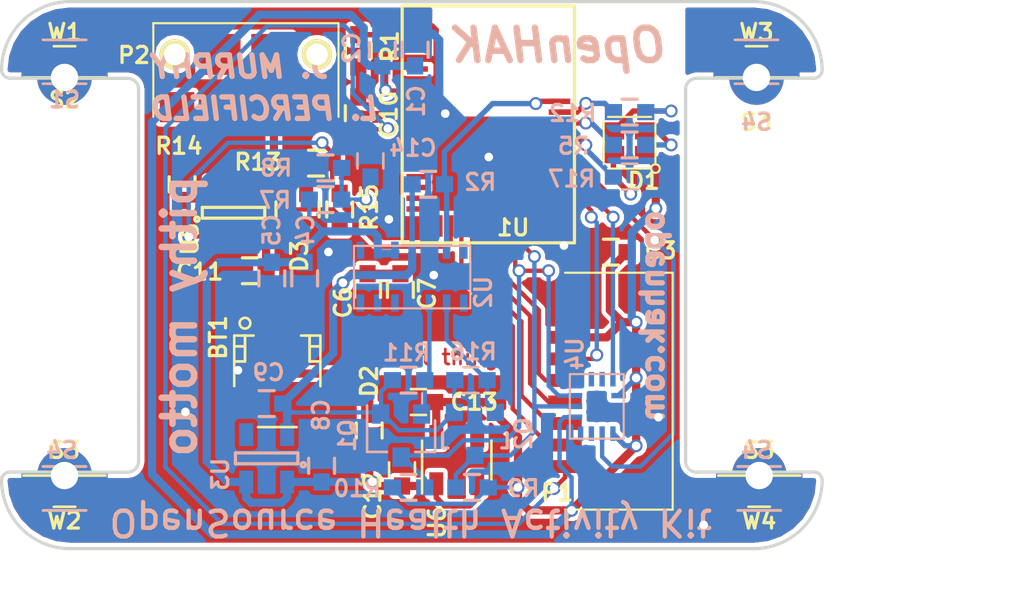
<source format=kicad_pcb>
(kicad_pcb (version 20171130) (host pcbnew "(5.0.1-3-g963ef8bb5)")
  (layers (0 F.Cu signal) (31 B.Cu signal) (34 B.Paste user) (35 F.Paste user) (36 B.SilkS user) (37 F.SilkS user) (38 B.Mask user hide) (39 F.Mask user hide) (44 Edge.Cuts user))
  (net 0 "")
  (net 1 GND)
  (net 2 VDD)
  (net 3 /SIM_RX)
  (net 4 /SIM_TX)
  (net 5 /SIM_RST)
  (net 6 "Net-(U1-Pad3)")
  (net 7 "Net-(U1-Pad5)")
  (net 8 "Net-(U1-Pad9)")
  (net 9 "Net-(U1-Pad10)")
  (net 10 "Net-(U1-Pad12)")
  (net 11 "Net-(U1-Pad13)")
  (net 12 "Net-(U1-Pad14)")
  (net 13 "Net-(U1-Pad15)")
  (net 14 "Net-(U1-Pad17)")
  (net 15 "Net-(U1-Pad20)")
  (net 16 "Net-(U1-Pad26)")
  (net 17 "Net-(U2-Pad8)")
  (net 18 "Net-(U2-Pad7)")
  (net 19 "Net-(U2-Pad6)")
  (net 20 "Net-(U2-Pad5)")
  (net 21 "Net-(U2-Pad1)")
  (net 22 "Net-(U2-Pad14)")
  (net 23 "Net-(U3-Pad4)")
  (net 24 "Net-(BT1-Pad1)")
  (net 25 VPP)
  (net 26 /MAX_INT)
  (net 27 "Net-(U4-Pad11)")
  (net 28 "Net-(U4-Pad10)")
  (net 29 /BMI_INT2)
  (net 30 /BMI_INT1)
  (net 31 "Net-(U4-Pad3)")
  (net 32 "Net-(U4-Pad2)")
  (net 33 "Net-(U1-Pad29)")
  (net 34 "Net-(U1-Pad16)")
  (net 35 /B_LED)
  (net 36 /G_LED)
  (net 37 /R_LED)
  (net 38 "Net-(D1-Pad4)")
  (net 39 "Net-(D1-Pad2)")
  (net 40 "Net-(U1-Pad34)")
  (net 41 "Net-(U1-Pad37)")
  (net 42 "Net-(D3-Pad3)")
  (net 43 "Net-(D3-Pad1)")
  (net 44 "Net-(P2-Pad2)")
  (net 45 "Net-(P2-Pad4)")
  (net 46 "Net-(P2-Pad3)")
  (net 47 "Net-(R13-Pad1)")
  (net 48 "Net-(R14-Pad1)")
  (net 49 "Net-(U1-Pad36)")
  (net 50 +1V8)
  (net 51 "Net-(D1-Pad3)")
  (net 52 "Net-(D3-Pad4)")
  (net 53 /1V8_SCL)
  (net 54 /3V3_SCL)
  (net 55 /1V8_SDA)
  (net 56 /3V3_SDA)
  (net 57 /V_SENSE)
  (net 58 "Net-(U1-Pad11)")
  (net 59 "Net-(U1-Pad18)")
  (net 60 "Net-(U6-Pad4)")
  (net 61 "Net-(C10-Pad2)")
  (net 62 /PIN_3)
  (net 63 /PIN_2)
  (net 64 "Net-(U1-Pad31)")
  (net 65 /PIN_4)
  (module Solutions:RFD77101 (layer F.Cu) (at 143.94088 91.19386)
    (fp_text reference U1 (at 1.149 4.79528) (layer F.SilkS) (effects (font (size 0.75 0.75)) (justify mirror)))
    (fp_text value rfd_77101)
    (pad 42 smd rect (at -0.76 -0.08) (size 1.01 0.49) (layers F.Cu F.Paste F.Mask) (net 1 GND))
    (pad 42 smd trapezoid (at -1.28 -0.09) (size 0.48 0.47) (rect_delta 0 0.47) (layers F.Cu F.Paste F.Mask) (net 1 GND))
    (pad 45 smd rect (at 1 0.42) (size 1.5 1.5) (layers F.Cu F.Paste F.Mask) (net 1 GND))
    (pad 44 smd rect (at 1 2.54) (size 1.5 1.5) (layers F.Cu F.Paste F.Mask) (net 1 GND))
    (pad 43 smd rect (at -1 2.54) (size 1.5 1.5) (layers F.Cu F.Paste F.Mask) (net 1 GND))
    (pad 42 smd rect (at -1 0.635) (size 1.5 1.01) (layers F.Cu F.Paste F.Mask) (net 1 GND))
    (pad 41 smd rect (at 3.305 -1.07) (size 1 0.254) (layers F.Cu F.Paste F.Mask) (net 26 /MAX_INT))
    (pad 40 smd rect (at 3.305 -0.57) (size 1 0.254) (layers F.Cu F.Paste F.Mask) (net 36 /G_LED))
    (pad 39 smd rect (at 3.305 -0.07) (size 1 0.254) (layers F.Cu F.Paste F.Mask) (net 37 /R_LED))
    (pad 38 smd rect (at 3.305 0.43) (size 1 0.254) (layers F.Cu F.Paste F.Mask) (net 35 /B_LED))
    (pad 37 smd rect (at 3.305 0.93) (size 1 0.254) (layers F.Cu F.Paste F.Mask) (net 41 "Net-(U1-Pad37)"))
    (pad 36 smd rect (at 3.305 1.43) (size 1 0.254) (layers F.Cu F.Paste F.Mask) (net 49 "Net-(U1-Pad36)"))
    (pad 35 smd rect (at 3.305 1.93) (size 1 0.254) (layers F.Cu F.Paste F.Mask) (net 29 /BMI_INT2))
    (pad 34 smd rect (at 3.305 2.43) (size 1 0.254) (layers F.Cu F.Paste F.Mask) (net 40 "Net-(U1-Pad34)"))
    (pad 33 smd rect (at 3.305 2.93) (size 1 0.254) (layers F.Cu F.Paste F.Mask) (net 30 /BMI_INT1))
    (pad 32 smd rect (at 3.305 3.43) (size 1 0.254) (layers F.Cu F.Paste F.Mask) (net 65 /PIN_4))
    (pad 31 smd rect (at 3.305 3.93) (size 1 0.254) (layers F.Cu F.Paste F.Mask) (net 64 "Net-(U1-Pad31)"))
    (pad 30 smd rect (at 3.305 4.43) (size 1 0.254) (layers F.Cu F.Paste F.Mask) (net 1 GND))
    (pad 29 smd rect (at 2.25 4.72) (size 0.254 1) (layers F.Cu F.Paste F.Mask) (net 33 "Net-(U1-Pad29)"))
    (pad 28 smd rect (at 1.75 4.72) (size 0.254 1) (layers F.Cu F.Paste F.Mask) (net 54 /3V3_SCL))
    (pad 27 smd rect (at 1.25 4.72) (size 0.254 1) (layers F.Cu F.Paste F.Mask) (net 56 /3V3_SDA))
    (pad 26 smd rect (at 0.75 4.72) (size 0.254 1) (layers F.Cu F.Paste F.Mask) (net 16 "Net-(U1-Pad26)"))
    (pad 25 smd rect (at 0.25 4.72) (size 0.254 1) (layers F.Cu F.Paste F.Mask) (net 3 /SIM_RX))
    (pad 24 smd rect (at -0.25 4.72) (size 0.254 1) (layers F.Cu F.Paste F.Mask) (net 63 /PIN_2))
    (pad 23 smd rect (at -0.75 4.72) (size 0.254 1) (layers F.Cu F.Paste F.Mask) (net 4 /SIM_TX))
    (pad 22 smd rect (at -1.25 4.72) (size 0.254 1) (layers F.Cu F.Paste F.Mask) (net 62 /PIN_3))
    (pad 21 smd rect (at -1.75 4.72) (size 0.254 1) (layers F.Cu F.Paste F.Mask) (net 57 /V_SENSE))
    (pad 20 smd rect (at -2.25 4.72) (size 0.254 1) (layers F.Cu F.Paste F.Mask) (net 15 "Net-(U1-Pad20)"))
    (pad 19 smd rect (at -3.305 4.43) (size 1 0.254) (layers F.Cu F.Paste F.Mask) (net 1 GND))
    (pad 18 smd rect (at -3.305 3.93) (size 1 0.254) (layers F.Cu F.Paste F.Mask) (net 59 "Net-(U1-Pad18)"))
    (pad 17 smd rect (at -3.305 3.43) (size 1 0.254) (layers F.Cu F.Paste F.Mask) (net 14 "Net-(U1-Pad17)"))
    (pad 16 smd rect (at -3.305 2.93) (size 1 0.254) (layers F.Cu F.Paste F.Mask) (net 34 "Net-(U1-Pad16)"))
    (pad 15 smd rect (at -3.305 2.43) (size 1 0.254) (layers F.Cu F.Paste F.Mask) (net 13 "Net-(U1-Pad15)"))
    (pad 14 smd rect (at -3.305 1.93) (size 1 0.254) (layers F.Cu F.Paste F.Mask) (net 12 "Net-(U1-Pad14)"))
    (pad 13 smd rect (at -3.305 1.43) (size 1 0.254) (layers F.Cu F.Paste F.Mask) (net 11 "Net-(U1-Pad13)"))
    (pad 12 smd rect (at -3.305 0.93) (size 1 0.254) (layers F.Cu F.Paste F.Mask) (net 10 "Net-(U1-Pad12)"))
    (pad 11 smd rect (at -3.305 0.43) (size 1 0.254) (layers F.Cu F.Paste F.Mask) (net 58 "Net-(U1-Pad11)"))
    (pad 10 smd rect (at -3.305 -0.07) (size 1 0.254) (layers F.Cu F.Paste F.Mask) (net 9 "Net-(U1-Pad10)"))
    (pad 9 smd rect (at -3.305 -0.57) (size 1 0.254) (layers F.Cu F.Paste F.Mask) (net 8 "Net-(U1-Pad9)"))
    (pad 8 smd rect (at -3.305 -1.07) (size 1 0.254) (layers F.Cu F.Paste F.Mask) (net 5 /SIM_RST))
    (pad 7 smd rect (at -3.305 -1.57) (size 1 0.254) (layers F.Cu F.Paste F.Mask) (net 2 VDD))
    (pad 6 smd rect (at -3.305 -2.07) (size 1 0.254) (layers F.Cu F.Paste F.Mask) (net 1 GND))
    (pad 5 smd rect (at -3.305 -2.57) (size 1 0.254) (layers F.Cu F.Paste F.Mask) (net 7 "Net-(U1-Pad5)"))
    (pad 4 smd rect (at -3.305 -3.07) (size 1 0.254) (layers F.Cu F.Paste F.Mask) (net 1 GND))
    (pad 3 smd rect (at -3.305 -3.57) (size 1 0.254) (layers F.Cu F.Paste F.Mask) (net 6 "Net-(U1-Pad3)"))
    (pad 2 smd rect (at -3.305 -4.07) (size 1 0.254) (layers F.Cu F.Paste F.Mask) (net 1 GND))
    (pad 1 smd rect (at -3.305 -4.57) (size 1 0.254) (layers F.Cu F.Paste F.Mask) (net 1 GND))
  )
  (module Capacitors_SMD:C_1206 (layer F.Cu) (at 156.39288 88.28786)
    (fp_text reference S3 (at 0 2.794) (layer F.SilkS) (effects (font (size 0.75 0.75))))
    (fp_text value C_1206)
    (pad 1 smd rect (at -1.5 0) (size 1 1.6) (layers F.Cu F.Paste F.Mask) (net 1 GND))
    (pad 2 smd rect (at 1.5 0) (size 1 1.6) (layers F.Cu F.Paste F.Mask) (net 1 GND))
  )
  (module Capacitors_SMD:C_1206 (layer B.Cu) (at 156.39288 88.28786)
    (fp_text reference S4 (at 0 2.794) (layer B.SilkS) (effects (font (size 0.75 0.75)) (justify mirror)))
    (fp_text value C_1206)
    (pad 1 smd rect (at -1.5 0) (size 1 1.6) (layers B.Cu B.Paste B.Mask) (net 1 GND))
    (pad 2 smd rect (at 1.5 0) (size 1 1.6) (layers B.Cu B.Paste B.Mask) (net 1 GND))
  )
  (module Capacitors_SMD:C_1206 (layer B.Cu) (at 156.51988 108.09986)
    (fp_text reference S4 (at -0.127 -1.778) (layer B.SilkS) (effects (font (size 0.75 0.75)) (justify mirror)))
    (fp_text value C_1206)
    (pad 1 smd rect (at -1.5 0) (size 1 1.6) (layers B.Cu B.Paste B.Mask) (net 1 GND))
    (pad 2 smd rect (at 1.5 0) (size 1 1.6) (layers B.Cu B.Paste B.Mask) (net 1 GND))
  )
  (module Capacitors_SMD:C_1206 (layer F.Cu) (at 156.51988 108.09986)
    (fp_text reference S3 (at 0 -1.778) (layer F.SilkS) (effects (font (size 0.75 0.75))))
    (fp_text value C_1206)
    (pad 1 smd rect (at -1.5 0) (size 1 1.6) (layers F.Cu F.Paste F.Mask) (net 1 GND))
    (pad 2 smd rect (at 1.5 0) (size 1 1.6) (layers F.Cu F.Paste F.Mask) (net 1 GND))
  )
  (module Capacitors_SMD:C_1206 (layer F.Cu) (at 124.26188 108.09986)
    (fp_text reference S3 (at 0 -1.778) (layer F.SilkS) (effects (font (size 0.75 0.75))))
    (fp_text value C_1206)
    (pad 1 smd rect (at -1.5 0) (size 1 1.6) (layers F.Cu F.Paste F.Mask) (net 1 GND))
    (pad 2 smd rect (at 1.5 0) (size 1 1.6) (layers F.Cu F.Paste F.Mask) (net 1 GND))
  )
  (module Capacitors_SMD:C_1206 (layer B.Cu) (at 124.26188 108.09986)
    (fp_text reference S4 (at -0.127 -1.778) (layer B.SilkS) (effects (font (size 0.75 0.75)) (justify mirror)))
    (fp_text value C_1206)
    (pad 1 smd rect (at -1.5 0) (size 1 1.6) (layers B.Cu B.Paste B.Mask) (net 1 GND))
    (pad 2 smd rect (at 1.5 0) (size 1 1.6) (layers B.Cu B.Paste B.Mask) (net 1 GND))
  )
  (module Capacitors_SMD:C_1206 (layer B.Cu) (at 124.26188 88.28786)
    (fp_text reference S1 (at 0 1.75) (layer B.SilkS) (effects (font (size 0.75 0.75)) (justify mirror)))
    (fp_text value C_1206)
    (pad 1 smd rect (at -1.5 0) (size 1 1.6) (layers B.Cu B.Paste B.Mask) (net 1 GND))
    (pad 2 smd rect (at 1.5 0) (size 1 1.6) (layers B.Cu B.Paste B.Mask) (net 1 GND))
  )
  (module Capacitors_SMD:C_0603 (layer B.Cu) (at 140.54328 87.72906 270)
    (fp_text reference C1 (at 2.3876 -0.0508 270) (layer B.SilkS) (effects (font (size 0.75 0.75)) (justify mirror)))
    (fp_text value 0.1uF)
    (pad 1 smd rect (at -0.75 0 270) (size 0.8 0.75) (layers B.Cu B.Paste B.Mask) (net 1 GND))
    (pad 2 smd rect (at 0.75 0 270) (size 0.8 0.75) (layers B.Cu B.Paste B.Mask) (net 2 VDD))
  )
  (module Capacitors_SMD:C_0603 (layer B.Cu) (at 139.01928 87.72906 270)
    (fp_text reference C2 (at -0.0762 1.4224 270) (layer B.SilkS) (effects (font (size 0.75 0.75)) (justify mirror)))
    (fp_text value 1uF)
    (pad 1 smd rect (at -0.75 0 270) (size 0.8 0.75) (layers B.Cu B.Paste B.Mask) (net 1 GND))
    (pad 2 smd rect (at 0.75 0 270) (size 0.8 0.75) (layers B.Cu B.Paste B.Mask) (net 2 VDD))
  )
  (module Capacitors_SMD:C_0603 (layer F.Cu) (at 149.63648 97.12706)
    (fp_text reference C3 (at 2.30124 -0.07112) (layer F.SilkS) (effects (font (size 0.75 0.75))))
    (fp_text value 10uF)
    (pad 1 smd rect (at -0.75 0) (size 0.8 0.75) (layers F.Cu F.Paste F.Mask) (net 1 GND))
    (pad 2 smd rect (at 0.75 0) (size 0.8 0.75) (layers F.Cu F.Paste F.Mask) (net 2 VDD))
  )
  (module Capacitors_SMD:C_0603 (layer B.Cu) (at 135.41248 98.34626 270)
    (fp_text reference C4 (at -2.2352 -0.04572 270) (layer B.SilkS) (effects (font (size 0.75 0.75)) (justify mirror)))
    (fp_text value 1uF)
    (pad 1 smd rect (at -0.75 0 270) (size 0.8 0.75) (layers B.Cu B.Paste B.Mask) (net 25 VPP))
    (pad 2 smd rect (at 0.75 0 270) (size 0.8 0.75) (layers B.Cu B.Paste B.Mask) (net 1 GND))
  )
  (module Capacitors_SMD:C_0603 (layer B.Cu) (at 133.88848 98.34626 270)
    (fp_text reference C5 (at -2.23266 0.00508 270) (layer B.SilkS) (effects (font (size 0.75 0.75)) (justify mirror)))
    (fp_text value 10uF)
    (pad 1 smd rect (at -0.75 0 270) (size 0.8 0.75) (layers B.Cu B.Paste B.Mask) (net 25 VPP))
    (pad 2 smd rect (at 0.75 0 270) (size 0.8 0.75) (layers B.Cu B.Paste B.Mask) (net 1 GND))
  )
  (module Capacitors_SMD:C_0603 (layer F.Cu) (at 138.33348 98.87966 270)
    (fp_text reference C6 (at 0.5842 1.143 270) (layer F.SilkS) (effects (font (size 0.75 0.75))))
    (fp_text value 1uF)
    (pad 1 smd rect (at -0.75 0 270) (size 0.8 0.75) (layers F.Cu F.Paste F.Mask) (net 50 +1V8))
    (pad 2 smd rect (at 0.75 0 270) (size 0.8 0.75) (layers F.Cu F.Paste F.Mask) (net 1 GND))
  )
  (module Capacitors_SMD:C_0603 (layer F.Cu) (at 139.85748 98.87966 90)
    (fp_text reference C7 (at -0.1778 1.2446 90) (layer F.SilkS) (effects (font (size 0.75 0.75))))
    (fp_text value 0.1uF)
    (pad 1 smd rect (at -0.75 0 90) (size 0.8 0.75) (layers F.Cu F.Paste F.Mask) (net 1 GND))
    (pad 2 smd rect (at 0.75 0 90) (size 0.8 0.75) (layers F.Cu F.Paste F.Mask) (net 50 +1V8))
  )
  (module Capacitors_SMD:C_0603 (layer F.Cu) (at 137.90168 87.77986 270)
    (fp_text reference R1 (at -0.2032 -1.4732 270) (layer F.SilkS) (effects (font (size 0.75 0.75))))
    (fp_text value 10K)
    (pad 1 smd rect (at -0.75 0 270) (size 0.8 0.75) (layers F.Cu F.Paste F.Mask) (net 2 VDD))
    (pad 2 smd rect (at 0.75 0 270) (size 0.8 0.75) (layers F.Cu F.Paste F.Mask) (net 5 /SIM_RST))
  )
  (module Capacitors_SMD:C_0603 (layer B.Cu) (at 141.15288 93.97746)
    (fp_text reference R2 (at 2.413 -0.1016) (layer B.SilkS) (effects (font (size 0.75 0.75)) (justify mirror)))
    (fp_text value 10K)
    (pad 1 smd rect (at -0.75 0) (size 0.8 0.75) (layers B.Cu B.Paste B.Mask) (net 50 +1V8))
    (pad 2 smd rect (at 0.75 0) (size 0.8 0.75) (layers B.Cu B.Paste B.Mask) (net 26 /MAX_INT))
  )
  (module Capacitors_SMD:C_0603 (layer B.Cu) (at 150.50008 92.14866 180)
    (fp_text reference R5 (at 2.5908 -0.0508 180) (layer B.SilkS) (effects (font (size 0.75 0.75)) (justify mirror)))
    (fp_text value 130R)
    (pad 1 smd rect (at -0.75 0 180) (size 0.8 0.75) (layers B.Cu B.Paste B.Mask) (net 38 "Net-(D1-Pad4)"))
    (pad 2 smd rect (at 0.75 0 180) (size 0.8 0.75) (layers B.Cu B.Paste B.Mask) (net 37 /R_LED))
  )
  (module Solutions:MAX30100 (layer B.Cu) (at 142.80388 99.33686 90)
    (fp_text reference U2 (at 0.343725 0.900669 270) (layer B.SilkS) (effects (font (size 0.75 0.75)) (justify mirror)))
    (fp_text value MAX30100)
    (pad 14 smd rect (at 2.15 0 90) (size 0.8 0.35) (drill (offset 0.15 0)) (layers B.Cu B.Paste B.Mask) (net 22 "Net-(U2-Pad14)"))
    (pad 13 smd rect (at 2.15 -0.8 90) (size 0.8 0.35) (drill (offset 0.15 0)) (layers B.Cu B.Paste B.Mask) (net 26 /MAX_INT))
    (pad 12 smd rect (at 2.15 -1.6 90) (size 0.8 0.35) (drill (offset 0.15 0)) (layers B.Cu B.Paste B.Mask) (net 1 GND))
    (pad 11 smd rect (at 2.15 -2.4 90) (size 0.8 0.35) (drill (offset 0.15 0)) (layers B.Cu B.Paste B.Mask) (net 50 +1V8))
    (pad 10 smd rect (at 2.15 -3.2 90) (size 0.8 0.35) (drill (offset 0.15 0)) (layers B.Cu B.Paste B.Mask) (net 25 VPP))
    (pad 9 smd rect (at 2.15 -4 90) (size 0.8 0.35) (drill (offset 0.15 0)) (layers B.Cu B.Paste B.Mask) (net 25 VPP))
    (pad 8 smd rect (at 2.15 -4.8 90) (size 0.8 0.35) (drill (offset 0.15 0)) (layers B.Cu B.Paste B.Mask) (net 17 "Net-(U2-Pad8)"))
    (pad 7 smd rect (at 0 -4.8 90) (size 0.8 0.35) (drill (offset -0.15 0)) (layers B.Cu B.Paste B.Mask) (net 18 "Net-(U2-Pad7)"))
    (pad 6 smd rect (at 0 -4 90) (size 0.8 0.35) (drill (offset -0.15 0)) (layers B.Cu B.Paste B.Mask) (net 19 "Net-(U2-Pad6)"))
    (pad 5 smd rect (at 0 -3.2 90) (size 0.8 0.35) (drill (offset -0.15 0)) (layers B.Cu B.Paste B.Mask) (net 20 "Net-(U2-Pad5)"))
    (pad 4 smd rect (at 0 -2.4 90) (size 0.8 0.35) (drill (offset -0.15 0)) (layers B.Cu B.Paste B.Mask) (net 1 GND))
    (pad 3 smd rect (at 0 -1.6 90) (size 0.8 0.35) (drill (offset -0.15 0)) (layers B.Cu B.Paste B.Mask) (net 55 /1V8_SDA))
    (pad 2 smd rect (at 0 -0.8 90) (size 0.8 0.35) (drill (offset -0.15 0)) (layers B.Cu B.Paste B.Mask) (net 53 /1V8_SCL))
    (pad 1 smd rect (at 0 0 90) (size 0.8 0.35) (drill (offset -0.15 0)) (layers B.Cu B.Paste B.Mask) (net 21 "Net-(U2-Pad1)"))
  )
  (module Capacitors_SMD:C_0603 (layer B.Cu) (at 136.198384 107.048687 270)
    (fp_text reference C8 (at -2.352427 0.023904 270) (layer B.SilkS) (effects (font (size 0.75 0.75)) (justify mirror)))
    (fp_text value 1uF)
    (pad 1 smd rect (at -0.75 0 270) (size 0.8 0.75) (layers B.Cu B.Paste B.Mask) (net 1 GND))
    (pad 2 smd rect (at 0.75 0 270) (size 0.8 0.75) (layers B.Cu B.Paste B.Mask) (net 25 VPP))
  )
  (module Capacitors_SMD:C_0603 (layer B.Cu) (at 133.648225 104.160707)
    (fp_text reference C9 (at 0.087855 -1.445647) (layer B.SilkS) (effects (font (size 0.75 0.75)) (justify mirror)))
    (fp_text value 1uF)
    (pad 1 smd rect (at -0.75 0) (size 0.8 0.75) (layers B.Cu B.Paste B.Mask) (net 1 GND))
    (pad 2 smd rect (at 0.75 0) (size 0.8 0.75) (layers B.Cu B.Paste B.Mask) (net 50 +1V8))
  )
  (module TO_SOT_Packages_SMD:SOT-23-5 (layer B.Cu) (at 133.648225 106.700707 90)
    (fp_text reference U3 (at -0.738753 -2.147345 90) (layer B.SilkS) (effects (font (size 0.75 0.75)) (justify mirror)))
    (fp_text value NCP551)
    (pad 1 smd rect (at -1.1 0.95 90) (size 1.06 0.65) (layers B.Cu B.Paste B.Mask) (net 25 VPP))
    (pad 2 smd rect (at -1.1 0 90) (size 1.06 0.65) (layers B.Cu B.Paste B.Mask) (net 1 GND))
    (pad 3 smd rect (at -1.1 -0.95 90) (size 1.06 0.65) (layers B.Cu B.Paste B.Mask) (net 25 VPP))
    (pad 4 smd rect (at 1.1 -0.95 90) (size 1.06 0.65) (layers B.Cu B.Paste B.Mask) (net 23 "Net-(U3-Pad4)"))
    (pad 5 smd rect (at 1.1 0.95 90) (size 1.06 0.65) (layers B.Cu B.Paste B.Mask) (net 50 +1V8))
  )
  (module Capacitors_SMD:C_0603 (layer F.Cu) (at 137.90168 90.67546 270)
    (fp_text reference C10 (at 0.0508 -1.4224 270) (layer F.SilkS) (effects (font (size 0.75 0.75))))
    (fp_text value 0.1uF)
    (pad 1 smd rect (at -0.75 0 270) (size 0.8 0.75) (layers F.Cu F.Paste F.Mask) (net 5 /SIM_RST))
    (pad 2 smd rect (at 0.75 0 270) (size 0.8 0.75) (layers F.Cu F.Paste F.Mask) (net 61 "Net-(C10-Pad2)"))
  )
  (module Capacitors_SMD:C_0603 (layer F.Cu) (at 138.40968 105.40746 90)
    (fp_text reference D2 (at 2.286 0 90) (layer F.SilkS) (effects (font (size 0.75 0.75))))
    (fp_text value D_Schottky)
    (pad 1 smd rect (at -0.75 0 90) (size 0.8 0.75) (layers F.Cu F.Paste F.Mask) (net 25 VPP))
    (pad 2 smd rect (at 0.75 0 90) (size 0.8 0.75) (layers F.Cu F.Paste F.Mask) (net 24 "Net-(BT1-Pad1)"))
  )
  (module TO_SOT_Packages_SMD:SOT-23 (layer B.Cu) (at 143.315708 105.569415)
    (fp_text reference Q2 (at 2.256772 -0.009555 270) (layer B.SilkS) (effects (font (size 0.75 0.75)) (justify mirror)))
    (fp_text value Q_NMOS_GSD)
    (pad 1 smd rect (at -0.95 -1.00076) (size 0.8001 0.8001) (layers B.Cu B.Paste B.Mask) (net 50 +1V8))
    (pad 2 smd rect (at 0.95 -1.00076) (size 0.8001 0.8001) (layers B.Cu B.Paste B.Mask) (net 53 /1V8_SCL))
    (pad 3 smd rect (at 0 0.99822) (size 0.8001 0.8001) (layers B.Cu B.Paste B.Mask) (net 54 /3V3_SCL))
  )
  (module Capacitors_SMD:C_0603 (layer B.Cu) (at 136.37768 94.68866 180)
    (fp_text reference R7 (at 2.3368 -0.0302 180) (layer B.SilkS) (effects (font (size 0.75 0.75)) (justify mirror)))
    (fp_text value 1M)
    (pad 1 smd rect (at -0.75 0 180) (size 0.8 0.75) (layers B.Cu B.Paste B.Mask) (net 57 /V_SENSE))
    (pad 2 smd rect (at 0.75 0 180) (size 0.8 0.75) (layers B.Cu B.Paste B.Mask) (net 25 VPP))
  )
  (module Capacitors_SMD:C_0603 (layer B.Cu) (at 136.37768 93.21546)
    (fp_text reference R8 (at -2.2868 0.0034) (layer B.SilkS) (effects (font (size 0.75 0.75)) (justify mirror)))
    (fp_text value 1M)
    (pad 1 smd rect (at -0.75 0) (size 0.8 0.75) (layers B.Cu B.Paste B.Mask) (net 1 GND))
    (pad 2 smd rect (at 0.75 0) (size 0.8 0.75) (layers B.Cu B.Paste B.Mask) (net 57 /V_SENSE))
  )
  (module Capacitors_SMD:C_0603 (layer B.Cu) (at 143.18488 108.04906)
    (fp_text reference R9 (at 2.3876 0.0508) (layer B.SilkS) (effects (font (size 0.75 0.75)) (justify mirror)))
    (fp_text value 10K)
    (pad 1 smd rect (at -0.75 0) (size 0.8 0.75) (layers B.Cu B.Paste B.Mask) (net 54 /3V3_SCL))
    (pad 2 smd rect (at 0.75 0) (size 0.8 0.75) (layers B.Cu B.Paste B.Mask) (net 2 VDD))
  )
  (module Capacitors_SMD:C_0603 (layer B.Cu) (at 140.23848 108.04906 180)
    (fp_text reference R10 (at 2.3876 -0.0508 180) (layer B.SilkS) (effects (font (size 0.75 0.75)) (justify mirror)))
    (fp_text value 10K)
    (pad 1 smd rect (at -0.75 0 180) (size 0.8 0.75) (layers B.Cu B.Paste B.Mask) (net 56 /3V3_SDA))
    (pad 2 smd rect (at 0.75 0 180) (size 0.8 0.75) (layers B.Cu B.Paste B.Mask) (net 2 VDD))
  )
  (module Capacitors_SMD:C_0603 (layer B.Cu) (at 140.23848 103.07066 180)
    (fp_text reference R11 (at 0.1016 1.27 180) (layer B.SilkS) (effects (font (size 0.75 0.75)) (justify mirror)))
    (fp_text value 10K)
    (pad 1 smd rect (at -0.75 0 180) (size 0.8 0.75) (layers B.Cu B.Paste B.Mask) (net 55 /1V8_SDA))
    (pad 2 smd rect (at 0.75 0 180) (size 0.8 0.75) (layers B.Cu B.Paste B.Mask) (net 50 +1V8))
  )
  (module Capacitors_SMD:C_0603 (layer B.Cu) (at 150.50008 90.62466 180)
    (fp_text reference R12 (at 2.6416 -0.0508) (layer B.SilkS) (effects (font (size 0.75 0.75)) (justify mirror)))
    (fp_text value 30R)
    (pad 1 smd rect (at -0.75 0 180) (size 0.8 0.75) (layers B.Cu B.Paste B.Mask) (net 51 "Net-(D1-Pad3)"))
    (pad 2 smd rect (at 0.75 0 180) (size 0.8 0.75) (layers B.Cu B.Paste B.Mask) (net 36 /G_LED))
  )
  (module Solutions:LGA_2.5x3 (layer B.Cu) (at 148.97608 104.28986 270)
    (fp_text reference U4 (at -2.4384 1.016 270) (layer B.SilkS) (effects (font (size 0.75 0.75)) (justify mirror)))
    (fp_text value BMI160)
    (pad 5 smd rect (at -0.5 -1.0125 270) (size 0.25 0.675) (layers B.Cu B.Paste B.Mask) (net 2 VDD))
    (pad 6 smd rect (at 0 -1.0125 270) (size 0.25 0.675) (layers B.Cu B.Paste B.Mask) (net 1 GND))
    (pad 7 smd rect (at 0.5 -1.0125 270) (size 0.25 0.675) (layers B.Cu B.Paste B.Mask) (net 1 GND))
    (pad 12 smd rect (at 0.5 1.0125 270) (size 0.25 0.675) (layers B.Cu B.Paste B.Mask) (net 2 VDD))
    (pad 14 smd rect (at -0.5 1.0125 270) (size 0.25 0.675) (layers B.Cu B.Paste B.Mask) (net 56 /3V3_SDA))
    (pad 11 smd rect (at 1.2625 0.75 270) (size 0.675 0.25) (layers B.Cu B.Paste B.Mask) (net 27 "Net-(U4-Pad11)"))
    (pad 10 smd rect (at 1.2625 0.25 270) (size 0.675 0.25) (layers B.Cu B.Paste B.Mask) (net 28 "Net-(U4-Pad10)"))
    (pad 9 smd rect (at 1.2625 -0.25 270) (size 0.675 0.25) (layers B.Cu B.Paste B.Mask) (net 29 /BMI_INT2))
    (pad 8 smd rect (at 1.2625 -0.75 270) (size 0.675 0.25) (layers B.Cu B.Paste B.Mask) (net 2 VDD))
    (pad 4 smd rect (at -1.2625 -0.75 270) (size 0.675 0.25) (layers B.Cu B.Paste B.Mask) (net 30 /BMI_INT1))
    (pad 3 smd rect (at -1.2625 -0.25 270) (size 0.675 0.25) (layers B.Cu B.Paste B.Mask) (net 31 "Net-(U4-Pad3)"))
    (pad 2 smd rect (at -1.2625 0.25 270) (size 0.675 0.25) (layers B.Cu B.Paste B.Mask) (net 32 "Net-(U4-Pad2)"))
    (pad 1 smd rect (at -1.2625 0.75 270) (size 0.675 0.25) (layers B.Cu B.Paste B.Mask) (net 1 GND))
    (pad 13 smd rect (at 0 1.0125 270) (size 0.25 0.675) (layers B.Cu B.Paste B.Mask) (net 54 /3V3_SCL))
  )
  (module Capacitors_SMD:C_0603 (layer F.Cu) (at 132.87248 97.99066)
    (fp_text reference C11 (at -2.3368 0.0508) (layer F.SilkS) (effects (font (size 0.75 0.75))))
    (fp_text value 10uF)
    (pad 1 smd rect (at -0.75 0) (size 0.8 0.75) (layers F.Cu F.Paste F.Mask) (net 1 GND))
    (pad 2 smd rect (at 0.75 0) (size 0.8 0.75) (layers F.Cu F.Paste F.Mask) (net 24 "Net-(BT1-Pad1)"))
  )
  (module Solutions:0606_Bi-Color (layer F.Cu) (at 135.05688 95.14586 270)
    (fp_text reference D3 (at 2.165414 -0.110661 270) (layer F.SilkS) (effects (font (size 0.75 0.75))))
    (fp_text value Dialight_R_G_LED)
    (pad 4 smd rect (at 0.75 0.425 270) (size 0.8 0.65) (layers F.Cu F.Paste F.Mask) (net 52 "Net-(D3-Pad4)"))
    (pad 3 smd rect (at -0.75 0.425 270) (size 0.8 0.65) (layers F.Cu F.Paste F.Mask) (net 42 "Net-(D3-Pad3)"))
    (pad 1 smd rect (at -0.75 -0.425 270) (size 0.8 0.65) (layers F.Cu F.Paste F.Mask) (net 43 "Net-(D3-Pad1)"))
    (pad 2 smd rect (at 0.75 -0.425 270) (size 0.8 0.65) (layers F.Cu F.Paste F.Mask) (net 1 GND))
  )
  (module Capacitors_SMD:C_0603 (layer F.Cu) (at 135.94088 92.99386 180)
    (fp_text reference R13 (at 2.6924 0.0508 180) (layer F.SilkS) (effects (font (size 0.75 0.75))))
    (fp_text value 470)
    (pad 1 smd rect (at -0.75 0 180) (size 0.8 0.75) (layers F.Cu F.Paste F.Mask) (net 47 "Net-(R13-Pad1)"))
    (pad 2 smd rect (at 0.75 0 180) (size 0.8 0.75) (layers F.Cu F.Paste F.Mask) (net 43 "Net-(D3-Pad1)"))
  )
  (module Capacitors_SMD:C_0603 (layer F.Cu) (at 129.72288 93.97746 90)
    (fp_text reference R14 (at 1.778 -0.1524 180) (layer F.SilkS) (effects (font (size 0.75 0.75))))
    (fp_text value 10K)
    (pad 1 smd rect (at -0.75 0 90) (size 0.8 0.75) (layers F.Cu F.Paste F.Mask) (net 48 "Net-(R14-Pad1)"))
    (pad 2 smd rect (at 0.75 0 90) (size 0.8 0.75) (layers F.Cu F.Paste F.Mask) (net 1 GND))
  )
  (module Capacitors_SMD:C_0603 (layer F.Cu) (at 137.03808 95.14586 270)
    (fp_text reference R15 (at -0.1016 -1.3716 270) (layer F.SilkS) (effects (font (size 0.75 0.75))))
    (fp_text value 470)
    (pad 1 smd rect (at -0.75 0 270) (size 0.8 0.75) (layers F.Cu F.Paste F.Mask) (net 47 "Net-(R13-Pad1)"))
    (pad 2 smd rect (at 0.75 0 270) (size 0.8 0.75) (layers F.Cu F.Paste F.Mask) (net 52 "Net-(D3-Pad4)"))
  )
  (module TO_SOT_Packages_SMD:SOT-23-5 (layer F.Cu) (at 132.11048 95.29826 90)
    (fp_text reference U5 (at -1.2192 -2.032 90) (layer F.SilkS) (effects (font (size 0.75 0.75))))
    (fp_text value MCP73831)
    (pad 1 smd rect (at -1.1 -0.95 90) (size 1.06 0.65) (layers F.Cu F.Paste F.Mask) (net 47 "Net-(R13-Pad1)"))
    (pad 2 smd rect (at -1.1 0 90) (size 1.06 0.65) (layers F.Cu F.Paste F.Mask) (net 1 GND))
    (pad 3 smd rect (at -1.1 0.95 90) (size 1.06 0.65) (layers F.Cu F.Paste F.Mask) (net 24 "Net-(BT1-Pad1)"))
    (pad 4 smd rect (at 1.1 0.95 90) (size 1.06 0.65) (layers F.Cu F.Paste F.Mask) (net 42 "Net-(D3-Pad3)"))
    (pad 5 smd rect (at 1.1 -0.95 90) (size 1.06 0.65) (layers F.Cu F.Paste F.Mask) (net 48 "Net-(R14-Pad1)"))
  )
  (module Solutions:10118193_microUSB (layer F.Cu) (at 132.68422 87.945647 180)
    (fp_text reference P2 (at 5.19654 -0.037413 180) (layer F.SilkS) (effects (font (size 0.75 0.75))))
    (fp_text value USB_OTG)
    (pad 10 thru_hole oval (at -3.3 0 180) (size 1.4 1.4) (drill 1) (layers *.Cu *.Mask F.SilkS))
    (pad 9 smd rect (at 1.2 0 180) (size 1.9 1.9) (layers F.Cu F.Paste F.Mask))
    (pad 7 smd rect (at 3.2 -2.45 180) (size 1.6 1.4) (layers F.Cu F.Paste F.Mask))
    (pad 1 smd rect (at -1.3 -2.675 180) (size 0.4 1.35) (layers F.Cu F.Paste F.Mask) (net 42 "Net-(D3-Pad3)"))
    (pad 2 smd rect (at -0.65 -2.675 180) (size 0.4 1.35) (layers F.Cu F.Paste F.Mask) (net 44 "Net-(P2-Pad2)"))
    (pad 5 smd rect (at 1.3 -2.675 180) (size 0.4 1.35) (layers F.Cu F.Paste F.Mask) (net 1 GND))
    (pad 4 smd rect (at 0.65 -2.675 180) (size 0.4 1.35) (layers F.Cu F.Paste F.Mask) (net 45 "Net-(P2-Pad4)"))
    (pad 3 smd rect (at 0 -2.675 180) (size 0.4 1.35) (layers F.Cu F.Paste F.Mask) (net 46 "Net-(P2-Pad3)"))
    (pad 6 smd rect (at -3.2 -2.45 180) (size 1.6 1.4) (layers F.Cu F.Paste F.Mask) (net 1 GND))
    (pad 8 smd rect (at -1.2 0 180) (size 1.9 1.9) (layers F.Cu F.Paste F.Mask))
    (pad 11 thru_hole oval (at 3.3 0 180) (size 1.4 1.4) (drill 1) (layers *.Cu *.Mask F.SilkS))
  )
  (module Capacitors_SMD:C_0603 (layer F.Cu) (at 139.93368 107.23626 270)
    (fp_text reference C12 (at 1.2192 1.3716 270) (layer F.SilkS) (effects (font (size 0.75 0.75))))
    (fp_text value 1uF)
    (pad 1 smd rect (at -0.75 0 270) (size 0.8 0.75) (layers F.Cu F.Paste F.Mask) (net 1 GND))
    (pad 2 smd rect (at 0.75 0 270) (size 0.8 0.75) (layers F.Cu F.Paste F.Mask) (net 25 VPP))
  )
  (module Capacitors_SMD:C_0603 (layer F.Cu) (at 140.69568 104.08666)
    (fp_text reference C13 (at 2.5908 0) (layer F.SilkS) (effects (font (size 0.75 0.75))))
    (fp_text value 1uF)
    (pad 1 smd rect (at -0.75 0) (size 0.8 0.75) (layers F.Cu F.Paste F.Mask) (net 1 GND))
    (pad 2 smd rect (at 0.75 0) (size 0.8 0.75) (layers F.Cu F.Paste F.Mask) (net 2 VDD))
  )
  (module Solutions:CLMVB-FKA-CFHEHLCBB7a363 (layer F.Cu) (at 150.50008 92.04706 270)
    (fp_text reference D1 (at 1.778 -0.6604 180) (layer F.SilkS) (effects (font (size 0.75 0.75))))
    (fp_text value Led_RGB_CA)
    (pad 1 smd rect (at 0.55 -0.75 270) (size 0.8 1) (layers F.Cu F.Paste F.Mask) (net 2 VDD))
    (pad 2 smd rect (at 0.55 0.75 270) (size 0.8 1) (layers F.Cu F.Paste F.Mask) (net 39 "Net-(D1-Pad2)"))
    (pad 3 smd rect (at -0.55 0.75 270) (size 0.8 1) (layers F.Cu F.Paste F.Mask) (net 51 "Net-(D1-Pad3)"))
    (pad 4 smd rect (at -0.55 -0.75 270) (size 0.8 1) (layers F.Cu F.Paste F.Mask) (net 38 "Net-(D1-Pad4)"))
  )
  (module Solutions:4u-0201GDVE06 (layer F.Cu) (at 147.50288 107.08386 90)
    (fp_text reference P1 (at -1.21 -0.362 180) (layer F.SilkS) (effects (font (size 0.75 0.75))))
    (fp_text value CONN_01X10)
    (pad 10 smd rect (at 8.3 3.775 90) (size 1.2 2) (layers F.Cu F.Paste F.Mask) (net 1 GND))
    (pad 9 smd rect (at -1.3 3.775 90) (size 1.2 2) (layers F.Cu F.Paste F.Mask) (net 1 GND))
    (pad 8 smd rect (at 7 0 90) (size 0.6 1.55) (layers F.Cu F.Paste F.Mask) (net 1 GND))
    (pad 7 smd rect (at 6 0 90) (size 0.6 1.55) (layers F.Cu F.Paste F.Mask) (net 2 VDD))
    (pad 6 smd rect (at 5 0 90) (size 0.6 1.55) (layers F.Cu F.Paste F.Mask) (net 65 /PIN_4))
    (pad 5 smd rect (at 4 0 90) (size 0.6 1.55) (layers F.Cu F.Paste F.Mask) (net 3 /SIM_RX))
    (pad 4 smd rect (at 3 0 90) (size 0.6 1.55) (layers F.Cu F.Paste F.Mask) (net 63 /PIN_2))
    (pad 3 smd rect (at 2 0 90) (size 0.6 1.55) (layers F.Cu F.Paste F.Mask) (net 4 /SIM_TX))
    (pad 2 smd rect (at 1 0 90) (size 0.6 1.55) (layers F.Cu F.Paste F.Mask) (net 62 /PIN_3))
    (pad 1 smd rect (at 0 0 90) (size 0.6 1.55) (layers F.Cu F.Paste F.Mask) (net 61 "Net-(C10-Pad2)"))
  )
  (module Capacitors_SMD:C_0603 (layer B.Cu) (at 143.13408 103.07066 180)
    (fp_text reference R16 (at -0.1016 1.3208 180) (layer B.SilkS) (effects (font (size 0.75 0.75)) (justify mirror)))
    (fp_text value 10K)
    (pad 1 smd rect (at -0.75 0 180) (size 0.8 0.75) (layers B.Cu B.Paste B.Mask) (net 53 /1V8_SCL))
    (pad 2 smd rect (at 0.75 0 180) (size 0.8 0.75) (layers B.Cu B.Paste B.Mask) (net 50 +1V8))
  )
  (module Capacitors_SMD:C_0603 (layer B.Cu) (at 150.50008 93.62186 180)
    (fp_text reference R17 (at 2.6924 -0.1016 180) (layer B.SilkS) (effects (font (size 0.75 0.75)) (justify mirror)))
    (fp_text value 30R)
    (pad 1 smd rect (at -0.75 0 180) (size 0.8 0.75) (layers B.Cu B.Paste B.Mask) (net 39 "Net-(D1-Pad2)"))
    (pad 2 smd rect (at 0.75 0 180) (size 0.8 0.75) (layers B.Cu B.Paste B.Mask) (net 35 /B_LED))
  )
  (module TO_SOT_Packages_SMD:SOT-23-5 (layer F.Cu) (at 142.47368 106.77906 90)
    (fp_text reference U6 (at -2.8956 -0.9144 90) (layer F.SilkS) (effects (font (size 0.75 0.75))))
    (fp_text value NCP551)
    (pad 1 smd rect (at -1.1 -0.95 90) (size 1.06 0.65) (layers F.Cu F.Paste F.Mask) (net 25 VPP))
    (pad 2 smd rect (at -1.1 0 90) (size 1.06 0.65) (layers F.Cu F.Paste F.Mask) (net 1 GND))
    (pad 3 smd rect (at -1.1 0.95 90) (size 1.06 0.65) (layers F.Cu F.Paste F.Mask) (net 25 VPP))
    (pad 4 smd rect (at 1.1 0.95 90) (size 1.06 0.65) (layers F.Cu F.Paste F.Mask) (net 60 "Net-(U6-Pad4)"))
    (pad 5 smd rect (at 1.1 -0.95 90) (size 1.06 0.65) (layers F.Cu F.Paste F.Mask) (net 2 VDD))
  )
  (module Capacitors_SMD:C_1206 (layer F.Cu) (at 124.26188 88.28786)
    (fp_text reference S2 (at 0 1.778) (layer F.SilkS) (effects (font (size 0.75 0.75))))
    (fp_text value C_1206)
    (pad 1 smd rect (at -1.5 0) (size 1 1.6) (layers F.Cu F.Paste F.Mask) (net 1 GND))
    (pad 2 smd rect (at 1.5 0) (size 1 1.6) (layers F.Cu F.Paste F.Mask) (net 1 GND))
  )
  (module Solutions:Watch_Pin_50mil (layer F.Cu) (at 156.39288 88.41486)
    (fp_text reference W3 (at 0 -1.5) (layer F.SilkS) (effects (font (size 0.75 0.75))))
    (fp_text value Watch_Pin_50mil)
    (pad 1 thru_hole circle (at 0 0.6) (size 2.54 2.54) (drill 1.27) (layers *.Cu) (net 1 GND))
  )
  (module Solutions:Watch_Pin_50mil (layer F.Cu) (at 156.51988 108.09986 180)
    (fp_text reference W4 (at 0 -1.5 180) (layer F.SilkS) (effects (font (size 0.75 0.75))))
    (fp_text value Watch_Pin_50mil)
    (pad 1 thru_hole circle (at 0 0.6 180) (size 2.54 2.54) (drill 1.27) (layers *.Cu) (net 1 GND))
  )
  (module Solutions:Watch_Pin_50mil (layer F.Cu) (at 124.26188 108.09986 180)
    (fp_text reference W2 (at 0 -1.5 180) (layer F.SilkS) (effects (font (size 0.75 0.75))))
    (fp_text value Watch_Pin_50mil)
    (pad 1 thru_hole circle (at 0 0.6 180) (size 2.54 2.54) (drill 1.27) (layers *.Cu) (net 1 GND))
  )
  (module Solutions:Watch_Pin_50mil (layer F.Cu) (at 124.26188 88.41486)
    (fp_text reference W1 (at 0 -1.5) (layer F.SilkS) (effects (font (size 0.75 0.75))))
    (fp_text value Watch_Pin_50mil)
    (pad 1 thru_hole circle (at 0 0.6) (size 2.54 2.54) (drill 1.27) (layers *.Cu) (net 1 GND))
  )
  (module Connectors_JST:JST_SH_SM02B-SRSS-TB_02x1.00mm_Angled (layer F.Cu) (at 134.14248 102.61346)
    (fp_text reference BT1 (at -2.7432 -1.524 90) (layer F.SilkS) (effects (font (size 0.75 0.75))))
    (fp_text value Battery)
    (pad 1 smd rect (at -0.5 -1.9375) (size 0.6 1.55) (layers F.Cu F.Paste F.Mask) (net 24 "Net-(BT1-Pad1)"))
    (pad 2 smd rect (at 0.5 -1.9375) (size 0.6 1.55) (layers F.Cu F.Paste F.Mask) (net 1 GND))
    (pad "" smd rect (at -1.8 1.9375) (size 1.2 1.8) (layers F.Cu F.Paste F.Mask) (net 1 GND))
    (pad "" smd rect (at 1.8 1.9375) (size 1.2 1.8) (layers F.Cu F.Paste F.Mask) (net 1 GND))
  )
  (module Capacitors_SMD:C_0603 (layer B.Cu) (at 138.46588 92.89386 270)
    (fp_text reference C14 (at -0.6 -1.975) (layer B.SilkS) (effects (font (size 0.75 0.75)) (justify mirror)))
    (fp_text value 1uF)
    (pad 1 smd rect (at -0.75 0 270) (size 0.8 0.75) (layers B.Cu B.Paste B.Mask) (net 1 GND))
    (pad 2 smd rect (at 0.75 0 270) (size 0.8 0.75) (layers B.Cu B.Paste B.Mask) (net 57 /V_SENSE))
  )
  (module TO_SOT_Packages_SMD:SOT-23 (layer B.Cu) (at 139.89088 105.64386 270)
    (fp_text reference Q1 (at 0 2.5 270) (layer B.SilkS) (effects (font (size 0.75 0.75)) (justify mirror)))
    (fp_text value Q_NMOS_GSD)
    (pad 3 smd rect (at 1 0 270) (size 0.9 0.8) (layers B.Cu B.Paste B.Mask) (net 56 /3V3_SDA))
    (pad 2 smd rect (at -1 -0.95 270) (size 0.9 0.8) (layers B.Cu B.Paste B.Mask) (net 55 /1V8_SDA))
    (pad 1 smd rect (at -1 0.95 270) (size 0.9 0.8) (layers B.Cu B.Paste B.Mask) (net 50 +1V8))
  )
  (gr_arc (start 121.72188 107.71886) (end 121.34088 107.71886) (angle 90) (layer Edge.Cuts) (width 0.15))
  (gr_line (start 124.89688 107.33786) (end 121.72188 107.33786) (angle 90) (layer Edge.Cuts) (width 0.15))
  (gr_arc (start 121.72188 88.66886) (end 121.72188 89.04986) (angle 90) (layer Edge.Cuts) (width 0.15))
  (gr_line (start 124.89688 89.04986) (end 121.72188 89.04986) (angle 90) (layer Edge.Cuts) (width 0.15))
  (gr_arc (start 159.05988 107.71886) (end 159.05988 107.33786) (angle 90) (layer Edge.Cuts) (width 0.15))
  (gr_line (start 153.59888 107.33786) (end 159.05988 107.33786) (angle 90) (layer Edge.Cuts) (width 0.15))
  (gr_arc (start 159.05988 88.66886) (end 159.44088 88.66886) (angle 90) (layer Edge.Cuts) (width 0.15))
  (gr_line (start 153.59888 89.04986) (end 159.05988 89.04986) (angle 90) (layer Edge.Cuts) (width 0.15))
  (gr_line (start 156.26588 85.49386) (end 124.51588 85.49386) (angle 90) (layer Edge.Cuts) (width 0.15))
  (gr_line (start 124.51588 110.89386) (end 156.26588 110.89386) (angle 90) (layer Edge.Cuts) (width 0.15))
  (gr_arc (start 124.51588 107.71886) (end 124.51588 110.89386) (angle 90) (layer Edge.Cuts) (width 0.15))
  (gr_arc (start 124.51588 88.66886) (end 121.34088 88.66886) (angle 90) (layer Edge.Cuts) (width 0.15))
  (gr_arc (start 156.26588 88.66886) (end 156.26588 85.49386) (angle 90) (layer Edge.Cuts) (width 0.15))
  (gr_arc (start 156.26588 107.71886) (end 159.44088 107.71886) (angle 90) (layer Edge.Cuts) (width 0.15))
  (gr_text "legit thing" (at 141.66088 102.00386) (layer F.Cu) (effects (font (size 0.7 0.7) (thickness 0.125))))
  (gr_text "pithy motto" (at 129.59588 100.09886 90) (layer B.SilkS) (effects (font (size 1.5 1.5) (thickness 0.3)) (justify mirror)))
  (gr_text openhak.com (at 151.56688 100.09886 90) (layer B.SilkS) (effects (font (size 1 1) (thickness 0.25)) (justify mirror)))
  (gr_text "OpenSource Health Activity Kit" (at 140.34008 109.67466 180) (layer B.SilkS) (effects (font (size 1.2 1.2) (thickness 0.2)) (justify mirror)))
  (gr_text OpenHAK (at 147.24888 87.52586) (layer B.SilkS) (effects (font (size 1.5 1.5) (thickness 0.3) italic) (justify mirror)))
  (gr_text "L. PERCIFIELD" (at 133.59088 90.46886) (layer B.SilkS) (effects (font (size 1 1) (thickness 0.25) italic) (justify mirror)))
  (gr_text "J. MURPHY" (at 132.41588 88.51886) (layer B.SilkS) (effects (font (size 1 1) (thickness 0.25) italic) (justify mirror)))
  (gr_line (start 124.90704 107.34548) (end 127.19304 107.34548) (angle 90) (layer Edge.Cuts) (width 0.15))
  (gr_line (start 127.19304 89.05748) (end 124.90704 89.05748) (angle 90) (layer Edge.Cuts) (width 0.15))
  (gr_line (start 127.70104 106.83748) (end 127.70104 89.56548) (angle 90) (layer Edge.Cuts) (width 0.15))
  (gr_arc (start 127.19304 89.56548) (end 127.19304 89.05748) (angle 90) (layer Edge.Cuts) (width 0.15))
  (gr_arc (start 127.19304 106.83748) (end 127.70104 106.83748) (angle 90) (layer Edge.Cuts) (width 0.15))
  (gr_line (start 153.10104 89.56548) (end 153.10104 106.83748) (angle 90) (layer Edge.Cuts) (width 0.15))
  (gr_arc (start 153.60904 106.83748) (end 153.60904 107.34548) (angle 90) (layer Edge.Cuts) (width 0.15))
  (gr_arc (start 153.60904 89.56548) (end 153.10104 89.56548) (angle 90) (layer Edge.Cuts) (width 0.15))
  (segment (start 132.34248 104.55096) (end 129.88238 104.55096) (width 0.381) (layer F.Cu) (net 1))
  (via (at 129.87528 104.54386) (size 0.6) (drill 0.4) (layers F.Cu B.Cu) (net 1))
  (segment (start 129.88238 104.55096) (end 129.87528 104.54386) (width 0.381) (layer F.Cu) (net 1))
  (segment (start 122.76188 108.09986) (end 123.66188 108.09986) (width 0.381) (layer B.Cu) (net 1))
  (segment (start 123.66188 108.09986) (end 124.26188 107.49986) (width 0.381) (layer B.Cu) (net 1))
  (segment (start 155.01988 108.09986) (end 155.91988 108.09986) (width 0.381) (layer B.Cu) (net 1))
  (segment (start 155.91988 108.09986) (end 156.51988 107.49986) (width 0.381) (layer B.Cu) (net 1))
  (segment (start 154.89288 88.28786) (end 155.66588 88.28786) (width 0.381) (layer B.Cu) (net 1))
  (segment (start 155.66588 88.28786) (end 156.39288 89.01486) (width 0.381) (layer B.Cu) (net 1))
  (segment (start 156.39288 89.01486) (end 155.61988 89.01486) (width 0.381) (layer F.Cu) (net 1))
  (segment (start 155.61988 89.01486) (end 154.89288 88.28786) (width 0.381) (layer F.Cu) (net 1))
  (segment (start 156.51988 107.49986) (end 155.61988 107.49986) (width 0.381) (layer F.Cu) (net 1))
  (segment (start 155.61988 107.49986) (end 155.01988 108.09986) (width 0.381) (layer F.Cu) (net 1))
  (segment (start 124.26188 107.49986) (end 125.16188 107.49986) (width 0.381) (layer F.Cu) (net 1))
  (segment (start 125.16188 107.49986) (end 125.76188 108.09986) (width 0.381) (layer F.Cu) (net 1))
  (segment (start 124.26188 89.01486) (end 125.03488 89.01486) (width 0.381) (layer F.Cu) (net 1))
  (segment (start 125.03488 89.01486) (end 125.76188 88.28786) (width 0.381) (layer F.Cu) (net 1))
  (segment (start 132.34248 104.55096) (end 132.34248 102.64226) (width 0.381) (layer F.Cu) (net 1))
  (via (at 132.31368 102.61346) (size 0.6) (drill 0.4) (layers F.Cu B.Cu) (net 1))
  (segment (start 132.34248 102.64226) (end 132.31368 102.61346) (width 0.381) (layer F.Cu) (net 1))
  (segment (start 140.63588 89.12386) (end 141.27088 89.12386) (width 0.2032) (layer F.Cu) (net 1))
  (segment (start 141.54088 90.29386) (end 142.94088 91.69386) (width 0.2032) (layer F.Cu) (net 1))
  (segment (start 141.54088 89.39386) (end 141.54088 90.29386) (width 0.2032) (layer F.Cu) (net 1))
  (segment (start 141.27088 89.12386) (end 141.54088 89.39386) (width 0.2032) (layer F.Cu) (net 1))
  (segment (start 142.94088 91.69386) (end 142.94088 91.82886) (width 0.2032) (layer F.Cu) (net 1))
  (segment (start 140.63588 89.12386) (end 141.1837 89.12386) (width 0.25) (layer F.Cu) (net 1))
  (segment (start 142.94088 91.82886) (end 142.94088 91.35386) (width 0.2032) (layer F.Cu) (net 1))
  (segment (start 142.94088 91.35386) (end 143.18088 91.11386) (width 0.2032) (layer F.Cu) (net 1))
  (segment (start 151.67788 108.78386) (end 152.68788 109.79386) (width 0.381) (layer F.Cu) (net 1))
  (via (at 153.94088 109.79386) (size 0.6) (drill 0.4) (layers F.Cu B.Cu) (net 1))
  (segment (start 152.68788 109.79386) (end 153.94088 109.79386) (width 0.381) (layer F.Cu) (net 1))
  (segment (start 141.66088 87.27186) (end 141.66088 90.41386) (width 0.381) (layer B.Cu) (net 1))
  (segment (start 141.94088 90.69386) (end 142.94088 91.69386) (width 0.381) (layer F.Cu) (net 1))
  (segment (start 141.36808 86.97906) (end 141.66088 87.27186) (width 0.381) (layer B.Cu) (net 1))
  (segment (start 140.54328 86.97906) (end 141.36808 86.97906) (width 0.381) (layer B.Cu) (net 1))
  (via (at 141.94088 90.69386) (size 0.6) (drill 0.4) (layers F.Cu B.Cu) (net 1))
  (segment (start 141.66088 90.41386) (end 141.94088 90.69386) (width 0.381) (layer B.Cu) (net 1))
  (segment (start 142.94088 91.69386) (end 142.94088 91.82886) (width 0.381) (layer F.Cu) (net 1))
  (segment (start 148.22608 103.02736) (end 147.65528 102.45656) (width 0.2032) (layer B.Cu) (net 1))
  (via (at 147.45208 96.82226) (size 0.6) (drill 0.4) (layers F.Cu B.Cu) (net 1))
  (segment (start 147.65528 97.02546) (end 147.45208 96.82226) (width 0.2032) (layer B.Cu) (net 1))
  (segment (start 147.65528 102.45656) (end 147.65528 97.02546) (width 0.2032) (layer B.Cu) (net 1))
  (segment (start 139.01928 86.97906) (end 140.54328 86.97906) (width 0.381) (layer B.Cu) (net 1))
  (segment (start 149.98858 104.28986) (end 149.98858 104.78986) (width 0.2032) (layer B.Cu) (net 1))
  (segment (start 149.98858 104.78986) (end 151.83288 104.78586) (width 0.2032) (layer B.Cu) (net 1))
  (via (at 151.84088 104.79386) (size 0.6) (drill 0.4) (layers F.Cu B.Cu) (net 1))
  (segment (start 151.83288 104.78586) (end 151.84088 104.79386) (width 0.2032) (layer B.Cu) (net 1))
  (segment (start 141.20388 97.18686) (end 141.20388 97.99086) (width 0.25) (layer B.Cu) (net 1))
  (via (at 141.40688 98.19386) (size 0.6) (drill 0.4) (layers F.Cu B.Cu) (net 1))
  (segment (start 141.20388 97.99086) (end 141.40688 98.19386) (width 0.25) (layer B.Cu) (net 1))
  (segment (start 140.63588 95.62386) (end 139.34488 95.62386) (width 0.25) (layer F.Cu) (net 1))
  (via (at 139.32408 95.60306) (size 0.6) (drill 0.4) (layers F.Cu B.Cu) (net 1))
  (segment (start 139.34488 95.62386) (end 139.32408 95.60306) (width 0.25) (layer F.Cu) (net 1))
  (segment (start 147.24588 95.62386) (end 147.24588 96.61606) (width 0.2032) (layer F.Cu) (net 1))
  (segment (start 147.75688 97.12706) (end 147.45208 96.82226) (width 0.2032) (layer F.Cu) (net 1))
  (segment (start 147.75688 97.12706) (end 148.88648 97.12706) (width 0.2032) (layer F.Cu) (net 1))
  (segment (start 147.24588 96.61606) (end 147.45208 96.82226) (width 0.2032) (layer F.Cu) (net 1))
  (segment (start 132.11048 96.39826) (end 132.11048 93.06306) (width 0.381) (layer F.Cu) (net 1))
  (segment (start 131.38422 92.3368) (end 131.38422 90.620647) (width 0.381) (layer F.Cu) (net 1))
  (segment (start 132.11048 93.06306) (end 131.38422 92.3368) (width 0.381) (layer F.Cu) (net 1))
  (segment (start 132.12248 97.99066) (end 132.11048 97.97866) (width 0.381) (layer F.Cu) (net 1))
  (segment (start 132.11048 97.97866) (end 132.11048 96.39826) (width 0.381) (layer F.Cu) (net 1))
  (segment (start 144.94088 91.61386) (end 144.94088 91.73124) (width 0.381) (layer F.Cu) (net 1))
  (segment (start 144.94088 91.73124) (end 143.96212 92.71) (width 0.381) (layer F.Cu) (net 1))
  (via (at 143.96212 92.71) (size 0.6) (drill 0.4) (layers F.Cu B.Cu) (net 1))
  (segment (start 142.94088 91.82886) (end 144.72588 91.82886) (width 0.381) (layer F.Cu) (net 1))
  (segment (start 144.72588 91.82886) (end 144.94088 91.61386) (width 0.381) (layer F.Cu) (net 1))
  (segment (start 142.94088 91.82886) (end 142.94088 93.73386) (width 0.381) (layer F.Cu) (net 1))
  (segment (start 142.94088 93.73386) (end 144.94088 93.73386) (width 0.381) (layer F.Cu) (net 1))
  (segment (start 144.94088 93.73386) (end 144.94088 91.61386) (width 0.381) (layer F.Cu) (net 1))
  (segment (start 140.63588 88.12386) (end 141.29622 88.12386) (width 0.25) (layer F.Cu) (net 1))
  (segment (start 141.29622 88.12386) (end 141.51864 88.34628) (width 0.25) (layer F.Cu) (net 1))
  (segment (start 140.63588 87.12386) (end 140.63588 86.62386) (width 0.25) (layer F.Cu) (net 1))
  (segment (start 140.63588 89.12386) (end 141.35066 89.12386) (width 0.25) (layer F.Cu) (net 1))
  (segment (start 141.33546 86.62386) (end 140.63588 86.62386) (width 0.25) (layer F.Cu) (net 1))
  (segment (start 141.51864 86.80704) (end 141.33546 86.62386) (width 0.25) (layer F.Cu) (net 1))
  (segment (start 141.51864 88.95588) (end 141.51864 88.34628) (width 0.25) (layer F.Cu) (net 1))
  (segment (start 141.51864 88.34628) (end 141.51864 86.80704) (width 0.25) (layer F.Cu) (net 1))
  (segment (start 141.35066 89.12386) (end 141.51864 88.95588) (width 0.25) (layer F.Cu) (net 1))
  (via (at 136.51588 97.11886) (size 0.6) (drill 0.4) (layers F.Cu B.Cu) (net 1))
  (segment (start 135.48188 96.08486) (end 136.51588 97.11886) (width 0.25) (layer F.Cu) (net 1))
  (segment (start 135.48188 95.89586) (end 135.48188 96.08486) (width 0.25) (layer F.Cu) (net 1))
  (segment (start 143.93488 108.04906) (end 145.31848 108.04906) (width 0.2032) (layer B.Cu) (net 2))
  (via (at 145.31848 108.04906) (size 0.6) (drill 0.4) (layers F.Cu B.Cu) (net 2))
  (segment (start 147.96358 104.78986) (end 147.46008 104.78986) (width 0.2032) (layer B.Cu) (net 2))
  (segment (start 147.80768 107.59186) (end 147.80768 109.11586) (width 0.2032) (layer B.Cu) (net 2))
  (segment (start 147.24888 107.03306) (end 147.80768 107.59186) (width 0.2032) (layer B.Cu) (net 2))
  (segment (start 147.24888 105.00106) (end 147.24888 107.03306) (width 0.2032) (layer B.Cu) (net 2))
  (segment (start 147.46008 104.78986) (end 147.24888 105.00106) (width 0.2032) (layer B.Cu) (net 2))
  (segment (start 135.61568 86.10346) (end 137.54608 86.10346) (width 0.381) (layer B.Cu) (net 2))
  (segment (start 138.39768 88.47906) (end 139.01928 88.47906) (width 0.381) (layer B.Cu) (net 2))
  (segment (start 138.15568 88.23706) (end 138.39768 88.47906) (width 0.381) (layer B.Cu) (net 2))
  (segment (start 138.15568 86.71306) (end 138.15568 88.23706) (width 0.381) (layer B.Cu) (net 2))
  (segment (start 137.54608 86.10346) (end 138.15568 86.71306) (width 0.381) (layer B.Cu) (net 2))
  (segment (start 144.70888 110.23346) (end 146.69008 110.23346) (width 0.381) (layer B.Cu) (net 2))
  (segment (start 133.30428 86.10346) (end 135.61568 86.10346) (width 0.381) (layer B.Cu) (net 2))
  (segment (start 135.61568 86.10346) (end 135.66648 86.10346) (width 0.381) (layer B.Cu) (net 2))
  (segment (start 128.32588 91.08186) (end 133.30428 86.10346) (width 0.381) (layer B.Cu) (net 2))
  (segment (start 128.32588 107.43946) (end 128.32588 91.08186) (width 0.381) (layer B.Cu) (net 2))
  (segment (start 131.11988 110.23346) (end 128.32588 107.43946) (width 0.381) (layer B.Cu) (net 2))
  (segment (start 144.70888 110.23346) (end 131.11988 110.23346) (width 0.381) (layer B.Cu) (net 2))
  (via (at 147.80768 109.11586) (size 0.6) (drill 0.4) (layers F.Cu B.Cu) (net 2))
  (segment (start 146.69008 110.23346) (end 147.80768 109.11586) (width 0.381) (layer B.Cu) (net 2))
  (segment (start 140.54328 88.47906) (end 139.01928 88.47906) (width 0.381) (layer B.Cu) (net 2))
  (segment (start 137.90168 87.02986) (end 138.77728 87.02986) (width 0.25) (layer F.Cu) (net 2))
  (segment (start 139.17168 87.42426) (end 139.17168 89.60866) (width 0.25) (layer F.Cu) (net 2))
  (segment (start 138.77728 87.02986) (end 139.17168 87.42426) (width 0.25) (layer F.Cu) (net 2))
  (segment (start 140.63588 89.62386) (end 139.18688 89.62386) (width 0.2032) (layer F.Cu) (net 2))
  (segment (start 139.01928 89.45626) (end 139.01928 88.47906) (width 0.2032) (layer B.Cu) (net 2))
  (segment (start 139.17168 89.60866) (end 139.01928 89.45626) (width 0.2032) (layer B.Cu) (net 2))
  (via (at 139.17168 89.60866) (size 0.6) (drill 0.4) (layers F.Cu B.Cu) (net 2))
  (segment (start 139.18688 89.62386) (end 139.17168 89.60866) (width 0.2032) (layer F.Cu) (net 2))
  (segment (start 147.50288 101.08386) (end 149.43888 101.08386) (width 0.381) (layer F.Cu) (net 2))
  (segment (start 149.43888 101.08386) (end 150.14448 100.37826) (width 0.381) (layer F.Cu) (net 2))
  (segment (start 150.38648 97.12706) (end 149.58568 97.92786) (width 0.381) (layer F.Cu) (net 2))
  (segment (start 150.14448 100.37826) (end 150.80488 100.37826) (width 0.381) (layer F.Cu) (net 2))
  (segment (start 149.58568 99.81946) (end 150.14448 100.37826) (width 0.381) (layer F.Cu) (net 2))
  (segment (start 149.58568 97.92786) (end 149.58568 99.81946) (width 0.381) (layer F.Cu) (net 2))
  (segment (start 149.72608 105.55236) (end 150.29238 106.11866) (width 0.25) (layer B.Cu) (net 2))
  (via (at 150.80488 106.11866) (size 0.6) (drill 0.4) (layers F.Cu B.Cu) (net 2))
  (segment (start 150.29238 106.11866) (end 150.80488 106.11866) (width 0.25) (layer B.Cu) (net 2))
  (segment (start 149.98858 103.78986) (end 150.80488 102.97356) (width 0.25) (layer B.Cu) (net 2))
  (via (at 150.80488 102.96906) (size 0.6) (drill 0.4) (layers F.Cu B.Cu) (net 2))
  (segment (start 150.80488 102.97356) (end 150.80488 102.96906) (width 0.25) (layer B.Cu) (net 2))
  (segment (start 145.31848 108.60786) (end 145.82648 109.11586) (width 0.381) (layer F.Cu) (net 2))
  (segment (start 145.82648 109.11586) (end 147.80768 109.11586) (width 0.381) (layer F.Cu) (net 2))
  (segment (start 145.31848 108.04906) (end 145.31848 108.60786) (width 0.381) (layer F.Cu) (net 2))
  (segment (start 143.69288 104.08666) (end 145.31848 105.71226) (width 0.381) (layer F.Cu) (net 2))
  (segment (start 141.44568 104.08666) (end 143.69288 104.08666) (width 0.381) (layer F.Cu) (net 2))
  (segment (start 145.31848 105.71226) (end 145.31848 108.04906) (width 0.381) (layer F.Cu) (net 2))
  (segment (start 147.80768 109.11586) (end 150.80488 106.11866) (width 0.381) (layer F.Cu) (net 2))
  (segment (start 151.71928 93.06626) (end 151.25008 92.59706) (width 0.381) (layer F.Cu) (net 2))
  (segment (start 151.71928 95.09506) (end 151.71928 93.06626) (width 0.381) (layer F.Cu) (net 2))
  (via (at 151.71928 95.09506) (size 0.6) (drill 0.4) (layers F.Cu B.Cu) (net 2))
  (segment (start 150.60168 96.21266) (end 151.71928 95.09506) (width 0.381) (layer B.Cu) (net 2))
  (segment (start 150.60168 100.17506) (end 150.60168 96.21266) (width 0.381) (layer B.Cu) (net 2))
  (segment (start 150.80488 100.37826) (end 150.60168 100.17506) (width 0.381) (layer B.Cu) (net 2))
  (via (at 150.80488 100.37826) (size 0.6) (drill 0.4) (layers F.Cu B.Cu) (net 2))
  (segment (start 150.80488 106.11866) (end 150.80488 102.96906) (width 0.381) (layer F.Cu) (net 2))
  (segment (start 150.80488 102.96906) (end 150.80488 100.37826) (width 0.381) (layer F.Cu) (net 2))
  (segment (start 139.48848 108.04906) (end 140.25048 108.81106) (width 0.2032) (layer B.Cu) (net 2))
  (segment (start 143.17288 108.81106) (end 143.93488 108.04906) (width 0.2032) (layer B.Cu) (net 2))
  (segment (start 140.25048 108.81106) (end 143.17288 108.81106) (width 0.2032) (layer B.Cu) (net 2))
  (segment (start 143.98568 107.99826) (end 143.93488 108.04906) (width 0.2032) (layer B.Cu) (net 2))
  (segment (start 141.52368 105.67906) (end 141.52368 104.16466) (width 0.381) (layer F.Cu) (net 2))
  (segment (start 141.52368 104.16466) (end 141.44568 104.08666) (width 0.381) (layer F.Cu) (net 2))
  (segment (start 147.50288 103.08386) (end 146.60168 103.08386) (width 0.2032) (layer F.Cu) (net 3))
  (segment (start 144.19088 97.72666) (end 144.19088 95.91386) (width 0.2032) (layer F.Cu) (net 3))
  (segment (start 146.28368 99.81946) (end 144.19088 97.72666) (width 0.2032) (layer F.Cu) (net 3))
  (segment (start 146.28368 102.76586) (end 146.28368 99.81946) (width 0.2032) (layer F.Cu) (net 3))
  (segment (start 146.60168 103.08386) (end 146.28368 102.76586) (width 0.2032) (layer F.Cu) (net 3))
  (segment (start 147.50288 105.08386) (end 146.77288 105.08386) (width 0.2032) (layer F.Cu) (net 4))
  (segment (start 143.19088 98.070288) (end 143.19088 95.91386) (width 0.2032) (layer F.Cu) (net 4))
  (segment (start 145.477276 100.356684) (end 143.19088 98.070288) (width 0.2032) (layer F.Cu) (net 4))
  (segment (start 145.477276 103.788256) (end 145.477276 100.356684) (width 0.2032) (layer F.Cu) (net 4))
  (segment (start 146.77288 105.08386) (end 145.477276 103.788256) (width 0.2032) (layer F.Cu) (net 4))
  (segment (start 137.90168 89.92546) (end 138.24528 90.26906) (width 0.2032) (layer F.Cu) (net 5))
  (segment (start 138.24528 90.26906) (end 139.83208 90.26906) (width 0.2032) (layer F.Cu) (net 5))
  (segment (start 139.97728 90.12386) (end 140.63588 90.12386) (width 0.2032) (layer F.Cu) (net 5))
  (segment (start 139.83208 90.26906) (end 139.97728 90.12386) (width 0.2032) (layer F.Cu) (net 5))
  (segment (start 137.90168 88.52986) (end 137.90168 89.92546) (width 0.25) (layer F.Cu) (net 5))
  (segment (start 133.64248 100.67596) (end 133.64248 102.21506) (width 0.381) (layer F.Cu) (net 24))
  (segment (start 138.40968 103.37546) (end 138.40968 104.65746) (width 0.381) (layer F.Cu) (net 24))
  (segment (start 137.80008 102.76586) (end 138.40968 103.37546) (width 0.381) (layer F.Cu) (net 24))
  (segment (start 134.19328 102.76586) (end 137.80008 102.76586) (width 0.381) (layer F.Cu) (net 24))
  (segment (start 133.64248 102.21506) (end 134.19328 102.76586) (width 0.381) (layer F.Cu) (net 24))
  (segment (start 133.62248 97.99066) (end 133.64248 98.01066) (width 0.381) (layer F.Cu) (net 24))
  (segment (start 133.64248 98.01066) (end 133.64248 100.67596) (width 0.381) (layer F.Cu) (net 24))
  (segment (start 133.06048 96.39826) (end 133.62248 96.96026) (width 0.381) (layer F.Cu) (net 24))
  (segment (start 133.62248 96.96026) (end 133.62248 97.99066) (width 0.381) (layer F.Cu) (net 24))
  (segment (start 138.40968 106.15746) (end 138.40968 107.64266) (width 0.381) (layer F.Cu) (net 25))
  (segment (start 138.40968 107.64266) (end 138.56208 107.79506) (width 0.381) (layer F.Cu) (net 25))
  (segment (start 132.698225 107.800707) (end 131.836727 107.800707) (width 0.381) (layer B.Cu) (net 25))
  (segment (start 131.41268 97.59626) (end 133.88848 97.59626) (width 0.381) (layer B.Cu) (net 25))
  (segment (start 130.86588 98.14306) (end 131.41268 97.59626) (width 0.381) (layer B.Cu) (net 25))
  (segment (start 130.86588 106.82986) (end 130.86588 98.14306) (width 0.381) (layer B.Cu) (net 25))
  (segment (start 131.836727 107.800707) (end 130.86588 106.82986) (width 0.381) (layer B.Cu) (net 25))
  (segment (start 132.698225 107.800707) (end 132.698225 108.535205) (width 0.381) (layer B.Cu) (net 25))
  (segment (start 134.598225 108.507715) (end 134.598225 107.800707) (width 0.381) (layer B.Cu) (net 25))
  (segment (start 134.34568 108.76026) (end 134.598225 108.507715) (width 0.381) (layer B.Cu) (net 25))
  (segment (start 132.92328 108.76026) (end 134.34568 108.76026) (width 0.381) (layer B.Cu) (net 25))
  (segment (start 132.698225 108.535205) (end 132.92328 108.76026) (width 0.381) (layer B.Cu) (net 25))
  (segment (start 135.62768 94.68866) (end 135.62768 95.51346) (width 0.2032) (layer B.Cu) (net 25))
  (segment (start 135.62768 95.51346) (end 136.27608 96.16186) (width 0.2032) (layer B.Cu) (net 25))
  (segment (start 138.56208 96.16186) (end 136.27608 96.16186) (width 0.381) (layer B.Cu) (net 25))
  (segment (start 141.52368 107.87906) (end 141.52368 108.52146) (width 0.25) (layer F.Cu) (net 25))
  (segment (start 143.42368 108.57226) (end 143.42368 107.87906) (width 0.25) (layer F.Cu) (net 25))
  (segment (start 143.08328 108.91266) (end 143.42368 108.57226) (width 0.25) (layer F.Cu) (net 25))
  (segment (start 141.91488 108.91266) (end 143.08328 108.91266) (width 0.25) (layer F.Cu) (net 25))
  (segment (start 141.52368 108.52146) (end 141.91488 108.91266) (width 0.25) (layer F.Cu) (net 25))
  (segment (start 139.93368 107.98626) (end 141.41648 107.98626) (width 0.381) (layer F.Cu) (net 25))
  (segment (start 141.41648 107.98626) (end 141.52368 107.87906) (width 0.381) (layer F.Cu) (net 25))
  (segment (start 139.93368 107.98626) (end 138.75328 107.98626) (width 0.381) (layer F.Cu) (net 25))
  (segment (start 138.75328 107.98626) (end 138.56208 107.79506) (width 0.381) (layer F.Cu) (net 25))
  (segment (start 138.80388 97.18686) (end 138.80388 96.40366) (width 0.381) (layer B.Cu) (net 25))
  (segment (start 135.41248 97.02546) (end 135.41248 97.59626) (width 0.381) (layer B.Cu) (net 25))
  (segment (start 136.27608 96.16186) (end 135.41248 97.02546) (width 0.381) (layer B.Cu) (net 25))
  (segment (start 138.80388 96.40366) (end 138.56208 96.16186) (width 0.381) (layer B.Cu) (net 25))
  (segment (start 133.88848 97.59626) (end 135.41248 97.59626) (width 0.381) (layer B.Cu) (net 25))
  (segment (start 136.198384 107.798687) (end 134.600245 107.798687) (width 0.381) (layer B.Cu) (net 25))
  (segment (start 134.600245 107.798687) (end 134.598225 107.800707) (width 0.381) (layer B.Cu) (net 25))
  (segment (start 138.558453 107.798687) (end 136.198384 107.798687) (width 0.381) (layer B.Cu) (net 25))
  (segment (start 138.56208 107.79506) (end 138.558453 107.798687) (width 0.381) (layer B.Cu) (net 25))
  (via (at 138.56208 107.79506) (size 0.6) (drill 0.4) (layers F.Cu B.Cu) (net 25))
  (segment (start 138.80388 97.18686) (end 139.55638 97.18686) (width 0.381) (layer B.Cu) (net 25))
  (segment (start 139.55638 97.18686) (end 139.62888 97.11436) (width 0.381) (layer B.Cu) (net 25))
  (segment (start 139.62888 97.11436) (end 139.60388 97.18686) (width 0.381) (layer B.Cu) (net 25))
  (segment (start 138.80338 97.05086) (end 138.80388 97.18686) (width 0.381) (layer B.Cu) (net 25))
  (segment (start 141.90288 93.97746) (end 141.90288 92.46546) (width 0.25) (layer B.Cu) (net 26))
  (via (at 146.14398 90.22842) (size 0.6) (drill 0.4) (layers F.Cu B.Cu) (net 26))
  (segment (start 146.14398 90.22842) (end 146.24854 90.12386) (width 0.25) (layer F.Cu) (net 26))
  (segment (start 146.24854 90.12386) (end 147.24588 90.12386) (width 0.25) (layer F.Cu) (net 26))
  (segment (start 144.13992 90.22842) (end 146.14398 90.22842) (width 0.25) (layer B.Cu) (net 26))
  (segment (start 141.90288 92.46546) (end 144.13992 90.22842) (width 0.25) (layer B.Cu) (net 26))
  (segment (start 142.00388 97.18686) (end 142.00388 94.07846) (width 0.25) (layer B.Cu) (net 26))
  (segment (start 142.00388 94.07846) (end 141.90288 93.97746) (width 0.25) (layer B.Cu) (net 26))
  (segment (start 149.22608 105.55236) (end 149.22608 106.62266) (width 0.2032) (layer B.Cu) (net 29))
  (segment (start 148.22408 93.12386) (end 147.24588 93.12386) (width 0.2032) (layer F.Cu) (net 29))
  (segment (start 151.66848 96.56826) (end 148.22408 93.12386) (width 0.2032) (layer F.Cu) (net 29))
  (via (at 151.66848 96.56826) (size 0.6) (drill 0.4) (layers F.Cu B.Cu) (net 29))
  (segment (start 152.53208 97.43186) (end 151.66848 96.56826) (width 0.2032) (layer B.Cu) (net 29))
  (segment (start 152.53208 105.55986) (end 152.53208 97.43186) (width 0.2032) (layer B.Cu) (net 29))
  (segment (start 151.00808 107.08386) (end 152.53208 105.55986) (width 0.2032) (layer B.Cu) (net 29))
  (segment (start 149.68728 107.08386) (end 151.00808 107.08386) (width 0.2032) (layer B.Cu) (net 29))
  (segment (start 149.22608 106.62266) (end 149.68728 107.08386) (width 0.2032) (layer B.Cu) (net 29))
  (segment (start 149.72608 103.02736) (end 149.72608 95.51346) (width 0.2032) (layer B.Cu) (net 30))
  (segment (start 148.36048 94.12386) (end 147.24588 94.12386) (width 0.2032) (layer F.Cu) (net 30))
  (segment (start 149.73808 95.50146) (end 148.36048 94.12386) (width 0.2032) (layer F.Cu) (net 30))
  (via (at 149.73808 95.50146) (size 0.6) (drill 0.4) (layers F.Cu B.Cu) (net 30))
  (segment (start 149.72608 95.51346) (end 149.73808 95.50146) (width 0.2032) (layer B.Cu) (net 30))
  (segment (start 149.75008 93.62186) (end 148.46808 92.33986) (width 0.25) (layer B.Cu) (net 35))
  (segment (start 147.94328 91.62386) (end 147.24588 91.62386) (width 0.25) (layer F.Cu) (net 35))
  (segment (start 148.46808 92.14866) (end 147.94328 91.62386) (width 0.25) (layer F.Cu) (net 35))
  (via (at 148.46808 92.14866) (size 0.6) (drill 0.4) (layers F.Cu B.Cu) (net 35))
  (segment (start 148.46808 92.33986) (end 148.46808 92.14866) (width 0.25) (layer B.Cu) (net 35))
  (segment (start 149.75008 90.62466) (end 149.34368 90.21826) (width 0.25) (layer B.Cu) (net 36))
  (segment (start 148.06248 90.62386) (end 147.24588 90.62386) (width 0.25) (layer F.Cu) (net 36))
  (segment (start 148.46808 90.21826) (end 148.06248 90.62386) (width 0.25) (layer F.Cu) (net 36))
  (via (at 148.46808 90.21826) (size 0.6) (drill 0.4) (layers F.Cu B.Cu) (net 36))
  (segment (start 149.34368 90.21826) (end 148.46808 90.21826) (width 0.25) (layer B.Cu) (net 36))
  (segment (start 149.75008 92.14866) (end 148.73408 91.13266) (width 0.25) (layer B.Cu) (net 37))
  (segment (start 148.46808 91.13266) (end 147.25468 91.13266) (width 0.25) (layer F.Cu) (net 37))
  (via (at 148.46808 91.13266) (size 0.6) (drill 0.4) (layers F.Cu B.Cu) (net 37))
  (segment (start 148.73408 91.13266) (end 148.46808 91.13266) (width 0.25) (layer B.Cu) (net 37))
  (segment (start 147.25468 91.13266) (end 147.24588 91.12386) (width 0.25) (layer F.Cu) (net 37))
  (segment (start 151.25008 91.49706) (end 151.77888 91.49706) (width 0.25) (layer F.Cu) (net 38))
  (segment (start 152.43048 92.14866) (end 151.25008 92.14866) (width 0.25) (layer B.Cu) (net 38))
  (via (at 152.43048 92.14866) (size 0.6) (drill 0.4) (layers F.Cu B.Cu) (net 38))
  (segment (start 151.77888 91.49706) (end 152.43048 92.14866) (width 0.25) (layer F.Cu) (net 38))
  (segment (start 149.75008 92.59706) (end 149.75008 93.63386) (width 0.25) (layer F.Cu) (net 39))
  (segment (start 150.55088 94.43466) (end 151.25008 93.73546) (width 0.25) (layer B.Cu) (net 39))
  (via (at 150.55088 94.43466) (size 0.6) (drill 0.4) (layers F.Cu B.Cu) (net 39))
  (segment (start 149.75008 93.63386) (end 150.55088 94.43466) (width 0.25) (layer F.Cu) (net 39))
  (segment (start 151.25008 93.73546) (end 151.25008 93.62186) (width 0.25) (layer B.Cu) (net 39))
  (segment (start 134.63188 94.39586) (end 133.25808 94.39586) (width 0.2032) (layer F.Cu) (net 42))
  (segment (start 133.25808 94.39586) (end 133.06048 94.19826) (width 0.2032) (layer F.Cu) (net 42))
  (segment (start 133.98422 90.620647) (end 133.98422 93.27452) (width 0.381) (layer F.Cu) (net 42))
  (segment (start 133.98422 93.27452) (end 133.06048 94.19826) (width 0.381) (layer F.Cu) (net 42))
  (segment (start 135.48188 94.39586) (end 135.42448 94.33846) (width 0.2032) (layer F.Cu) (net 43))
  (segment (start 135.42448 94.33846) (end 135.42448 92.85986) (width 0.2032) (layer F.Cu) (net 43))
  (segment (start 136.69088 92.99386) (end 136.69088 92.51266) (width 0.2032) (layer F.Cu) (net 47))
  (via (at 136.22528 92.04706) (size 0.6) (drill 0.4) (layers F.Cu B.Cu) (net 47))
  (segment (start 136.22528 92.04706) (end 131.85648 92.04706) (width 0.2032) (layer B.Cu) (net 47))
  (segment (start 131.85648 92.04706) (end 130.02768 93.87586) (width 0.2032) (layer B.Cu) (net 47))
  (segment (start 130.02768 93.87586) (end 130.02768 96.41586) (width 0.2032) (layer B.Cu) (net 47))
  (via (at 130.02768 96.41586) (size 0.6) (drill 0.4) (layers F.Cu B.Cu) (net 47))
  (segment (start 130.02768 96.41586) (end 130.04528 96.39826) (width 0.2032) (layer F.Cu) (net 47))
  (segment (start 130.04528 96.39826) (end 131.16048 96.39826) (width 0.2032) (layer F.Cu) (net 47))
  (segment (start 136.69088 92.51266) (end 136.22528 92.04706) (width 0.2032) (layer F.Cu) (net 47))
  (segment (start 137.03808 94.39586) (end 136.69088 94.04866) (width 0.2032) (layer F.Cu) (net 47))
  (segment (start 136.69088 94.04866) (end 136.69088 92.99386) (width 0.2032) (layer F.Cu) (net 47))
  (segment (start 131.16048 94.19826) (end 130.63128 94.72746) (width 0.2032) (layer F.Cu) (net 48))
  (segment (start 130.63128 94.72746) (end 129.72288 94.72746) (width 0.2032) (layer F.Cu) (net 48))
  (segment (start 138.33348 98.12966) (end 137.61028 98.12966) (width 0.381) (layer F.Cu) (net 50))
  (via (at 137.19048 98.54946) (size 0.6) (drill 0.4) (layers F.Cu B.Cu) (net 50))
  (segment (start 137.61028 98.12966) (end 137.19048 98.54946) (width 0.381) (layer F.Cu) (net 50))
  (segment (start 139.85748 98.12966) (end 138.33348 98.12966) (width 0.381) (layer F.Cu) (net 50))
  (segment (start 142.38408 103.07066) (end 142.365708 103.089032) (width 0.2032) (layer B.Cu) (net 50))
  (segment (start 142.365708 103.089032) (end 142.365708 104.568655) (width 0.2032) (layer B.Cu) (net 50))
  (segment (start 139.48848 103.07066) (end 138.96211 103.59703) (width 0.2032) (layer B.Cu) (net 50))
  (segment (start 138.96211 103.59703) (end 138.96211 104.569415) (width 0.2032) (layer B.Cu) (net 50))
  (segment (start 138.96211 104.569415) (end 134.806933 104.569415) (width 0.2032) (layer B.Cu) (net 50))
  (segment (start 134.806933 104.569415) (end 134.398225 104.160707) (width 0.2032) (layer B.Cu) (net 50))
  (segment (start 140.40388 97.18686) (end 140.40388 97.92686) (width 0.381) (layer B.Cu) (net 50))
  (segment (start 140.40388 97.92686) (end 140.13688 98.19386) (width 0.381) (layer B.Cu) (net 50))
  (segment (start 140.13688 98.19386) (end 137.54608 98.19386) (width 0.381) (layer B.Cu) (net 50))
  (segment (start 137.54608 98.19386) (end 137.19048 98.54946) (width 0.381) (layer B.Cu) (net 50))
  (segment (start 136.73328 101.825652) (end 134.398225 104.160707) (width 0.381) (layer B.Cu) (net 50))
  (segment (start 137.19048 98.54946) (end 136.73328 99.00666) (width 0.381) (layer B.Cu) (net 50))
  (segment (start 136.73328 99.00666) (end 136.73328 101.825652) (width 0.381) (layer B.Cu) (net 50))
  (segment (start 134.598225 105.600707) (end 134.598225 104.360707) (width 0.381) (layer B.Cu) (net 50))
  (segment (start 134.598225 104.360707) (end 134.398225 104.160707) (width 0.381) (layer B.Cu) (net 50))
  (segment (start 140.40388 97.18686) (end 140.40388 93.97846) (width 0.25) (layer B.Cu) (net 50))
  (segment (start 140.40388 93.97846) (end 140.40288 93.97746) (width 0.25) (layer B.Cu) (net 50))
  (segment (start 141.483762 105.39386) (end 141.540503 105.39386) (width 0.2032) (layer B.Cu) (net 50))
  (segment (start 140.199599 105.395461) (end 141.482161 105.395461) (width 0.2032) (layer B.Cu) (net 50))
  (segment (start 139.786555 105.39386) (end 140.197998 105.39386) (width 0.2032) (layer B.Cu) (net 50))
  (segment (start 141.482161 105.395461) (end 141.483762 105.39386) (width 0.2032) (layer B.Cu) (net 50))
  (segment (start 140.197998 105.39386) (end 140.199599 105.395461) (width 0.2032) (layer B.Cu) (net 50))
  (segment (start 141.540503 105.39386) (end 142.365708 104.568655) (width 0.2032) (layer B.Cu) (net 50))
  (segment (start 138.96211 104.569415) (end 139.786555 105.39386) (width 0.2032) (layer B.Cu) (net 50))
  (segment (start 149.75008 91.49706) (end 150.67328 90.57386) (width 0.25) (layer F.Cu) (net 51))
  (segment (start 152.43048 90.57386) (end 151.30088 90.57386) (width 0.25) (layer B.Cu) (net 51))
  (via (at 152.43048 90.57386) (size 0.6) (drill 0.4) (layers F.Cu B.Cu) (net 51))
  (segment (start 150.67328 90.57386) (end 152.43048 90.57386) (width 0.25) (layer F.Cu) (net 51))
  (segment (start 151.30088 90.57386) (end 151.25008 90.62466) (width 0.25) (layer B.Cu) (net 51))
  (segment (start 137.03808 95.89586) (end 137.03808 95.45066) (width 0.2032) (layer F.Cu) (net 52))
  (segment (start 134.63188 95.26606) (end 134.75208 95.14586) (width 0.2032) (layer F.Cu) (net 52))
  (segment (start 134.63188 95.26606) (end 134.63188 95.89586) (width 0.2032) (layer F.Cu) (net 52))
  (segment (start 136.73328 95.14586) (end 134.75208 95.14586) (width 0.2032) (layer F.Cu) (net 52))
  (segment (start 137.03808 95.45066) (end 136.73328 95.14586) (width 0.2032) (layer F.Cu) (net 52))
  (segment (start 143.88408 103.07066) (end 142.00388 101.19046) (width 0.2032) (layer B.Cu) (net 53))
  (segment (start 142.00388 101.19046) (end 142.00388 99.33686) (width 0.2032) (layer B.Cu) (net 53))
  (segment (start 144.265708 104.568655) (end 143.88408 104.187027) (width 0.2032) (layer B.Cu) (net 53))
  (segment (start 143.88408 104.187027) (end 143.88408 103.07066) (width 0.2032) (layer B.Cu) (net 53))
  (segment (start 143.315708 106.567635) (end 142.43488 107.448463) (width 0.2032) (layer B.Cu) (net 54))
  (segment (start 142.43488 107.448463) (end 142.43488 108.04906) (width 0.2032) (layer B.Cu) (net 54))
  (segment (start 147.96358 104.28986) (end 146.08048 104.28986) (width 0.2032) (layer B.Cu) (net 54))
  (segment (start 146.13128 104.34066) (end 146.08048 104.34066) (width 0.2032) (layer B.Cu) (net 54))
  (segment (start 146.08048 104.28986) (end 146.13128 104.34066) (width 0.2032) (layer B.Cu) (net 54))
  (segment (start 145.69088 95.91386) (end 145.69088 96.94066) (width 0.2032) (layer F.Cu) (net 54))
  (segment (start 144.971105 106.567635) (end 143.315708 106.567635) (width 0.2032) (layer B.Cu) (net 54))
  (segment (start 146.08048 105.45826) (end 144.971105 106.567635) (width 0.2032) (layer B.Cu) (net 54))
  (segment (start 146.08048 97.33026) (end 146.08048 104.34066) (width 0.2032) (layer B.Cu) (net 54))
  (segment (start 146.08048 104.34066) (end 146.08048 105.45826) (width 0.2032) (layer B.Cu) (net 54))
  (via (at 146.08048 97.33026) (size 0.6) (drill 0.4) (layers F.Cu B.Cu) (net 54))
  (segment (start 145.69088 96.94066) (end 146.08048 97.33026) (width 0.2032) (layer F.Cu) (net 54))
  (segment (start 140.98848 103.07066) (end 141.20388 102.85526) (width 0.2032) (layer B.Cu) (net 55))
  (segment (start 141.20388 102.85526) (end 141.20388 99.33686) (width 0.2032) (layer B.Cu) (net 55))
  (segment (start 140.86211 104.569415) (end 140.98848 104.443045) (width 0.2032) (layer B.Cu) (net 55))
  (segment (start 140.98848 104.443045) (end 140.98848 103.07066) (width 0.2032) (layer B.Cu) (net 55))
  (segment (start 139.91211 106.569415) (end 140.98848 107.645785) (width 0.2032) (layer B.Cu) (net 56))
  (segment (start 140.98848 107.645785) (end 140.98848 108.04906) (width 0.2032) (layer B.Cu) (net 56))
  (segment (start 145.36928 97.99066) (end 146.74088 97.99066) (width 0.2032) (layer F.Cu) (net 56))
  (segment (start 147.20608 103.78986) (end 147.96358 103.78986) (width 0.2032) (layer B.Cu) (net 56))
  (segment (start 146.74088 103.32466) (end 147.20608 103.78986) (width 0.2032) (layer B.Cu) (net 56))
  (segment (start 146.74088 97.99066) (end 146.74088 103.32466) (width 0.2032) (layer B.Cu) (net 56))
  (via (at 146.74088 97.99066) (size 0.6) (drill 0.4) (layers F.Cu B.Cu) (net 56))
  (segment (start 145.19088 95.91386) (end 145.19088 97.81226) (width 0.2032) (layer F.Cu) (net 56))
  (segment (start 142.073725 106.569415) (end 139.91211 106.569415) (width 0.2032) (layer B.Cu) (net 56))
  (segment (start 142.77848 105.86466) (end 142.073725 106.569415) (width 0.2032) (layer B.Cu) (net 56))
  (segment (start 144.75968 105.86466) (end 142.77848 105.86466) (width 0.2032) (layer B.Cu) (net 56))
  (segment (start 145.36928 105.25506) (end 144.75968 105.86466) (width 0.2032) (layer B.Cu) (net 56))
  (segment (start 145.36928 97.99066) (end 145.36928 105.25506) (width 0.2032) (layer B.Cu) (net 56))
  (via (at 145.36928 97.99066) (size 0.6) (drill 0.4) (layers F.Cu B.Cu) (net 56))
  (segment (start 145.19088 97.81226) (end 145.36928 97.99066) (width 0.2032) (layer F.Cu) (net 56))
  (segment (start 137.12768 93.21546) (end 137.12768 94.68866) (width 0.2032) (layer B.Cu) (net 57))
  (segment (start 142.19088 95.91386) (end 142.19088 96.69866) (width 0.2032) (layer F.Cu) (net 57))
  (segment (start 138.25728 94.68866) (end 137.12768 94.68866) (width 0.2032) (layer B.Cu) (net 57))
  (via (at 138.25728 94.68866) (size 0.6) (drill 0.4) (layers F.Cu B.Cu) (net 57))
  (segment (start 138.25728 96.21266) (end 138.25728 94.68866) (width 0.2032) (layer F.Cu) (net 57))
  (segment (start 138.91768 96.87306) (end 138.25728 96.21266) (width 0.2032) (layer F.Cu) (net 57))
  (segment (start 142.01648 96.87306) (end 138.91768 96.87306) (width 0.2032) (layer F.Cu) (net 57))
  (segment (start 142.19088 96.69866) (end 142.01648 96.87306) (width 0.2032) (layer F.Cu) (net 57))
  (segment (start 138.25728 93.85246) (end 138.46588 93.64386) (width 0.25) (layer B.Cu) (net 57))
  (segment (start 138.25728 94.68866) (end 138.25728 93.85246) (width 0.25) (layer B.Cu) (net 57))
  (segment (start 128.944982 91.351758) (end 133.701178 86.595562) (width 0.2032) (layer B.Cu) (net 61))
  (segment (start 133.701178 86.595562) (end 137.24128 86.595562) (width 0.2032) (layer B.Cu) (net 61))
  (segment (start 137.24128 86.595562) (end 137.64768 87.001962) (width 0.2032) (layer B.Cu) (net 61))
  (segment (start 137.64768 87.001962) (end 137.64768 89.76106) (width 0.2032) (layer B.Cu) (net 61))
  (segment (start 137.64768 89.76106) (end 139.27328 91.38666) (width 0.2032) (layer B.Cu) (net 61))
  (segment (start 147.50288 107.08386) (end 147.50288 107.59186) (width 0.2032) (layer F.Cu) (net 61))
  (segment (start 139.23448 91.42546) (end 137.90168 91.42546) (width 0.2032) (layer F.Cu) (net 61))
  (segment (start 139.27328 91.38666) (end 139.23448 91.42546) (width 0.2032) (layer F.Cu) (net 61))
  (via (at 139.27328 91.38666) (size 0.6) (drill 0.4) (layers F.Cu B.Cu) (net 61))
  (segment (start 128.944982 107.108624) (end 128.944982 91.351758) (width 0.2032) (layer B.Cu) (net 61))
  (segment (start 131.577716 109.741358) (end 128.944982 107.108624) (width 0.2032) (layer B.Cu) (net 61))
  (segment (start 145.353382 109.741358) (end 131.577716 109.741358) (width 0.2032) (layer B.Cu) (net 61))
  (segment (start 146.99488 108.09986) (end 145.353382 109.741358) (width 0.2032) (layer B.Cu) (net 61))
  (via (at 146.99488 108.09986) (size 0.6) (drill 0.4) (layers F.Cu B.Cu) (net 61))
  (segment (start 147.50288 107.59186) (end 146.99488 108.09986) (width 0.2032) (layer F.Cu) (net 61))
  (segment (start 147.50288 106.08386) (end 146.75688 106.08386) (width 0.2032) (layer F.Cu) (net 62))
  (segment (start 142.69088 98.191302) (end 142.69088 95.91386) (width 0.2032) (layer F.Cu) (net 62))
  (segment (start 145.074074 100.574496) (end 142.69088 98.191302) (width 0.2032) (layer F.Cu) (net 62))
  (segment (start 145.074074 104.401054) (end 145.074074 100.574496) (width 0.2032) (layer F.Cu) (net 62))
  (segment (start 146.75688 106.08386) (end 145.074074 104.401054) (width 0.2032) (layer F.Cu) (net 62))
  (segment (start 147.50288 104.08386) (end 146.73808 104.08386) (width 0.2032) (layer F.Cu) (net 63))
  (segment (start 143.69088 97.898474) (end 143.69088 95.91386) (width 0.2032) (layer F.Cu) (net 63))
  (segment (start 145.880478 100.088072) (end 143.69088 97.898474) (width 0.2032) (layer F.Cu) (net 63))
  (segment (start 145.880478 103.226258) (end 145.880478 100.088072) (width 0.2032) (layer F.Cu) (net 63))
  (segment (start 146.73808 104.08386) (end 145.880478 103.226258) (width 0.2032) (layer F.Cu) (net 63))
  (segment (start 147.24588 94.62386) (end 148.14928 94.62386) (width 0.2032) (layer F.Cu) (net 65))
  (segment (start 148.79448 102.08386) (end 147.50288 102.08386) (width 0.2032) (layer F.Cu) (net 65))
  (segment (start 148.97608 101.90226) (end 148.79448 102.08386) (width 0.2032) (layer F.Cu) (net 65))
  (via (at 148.97608 101.90226) (size 0.6) (drill 0.4) (layers F.Cu B.Cu) (net 65))
  (segment (start 148.97608 95.75546) (end 148.97608 101.90226) (width 0.2032) (layer B.Cu) (net 65))
  (segment (start 148.72208 95.50146) (end 148.97608 95.75546) (width 0.2032) (layer B.Cu) (net 65))
  (via (at 148.72208 95.50146) (size 0.6) (drill 0.4) (layers F.Cu B.Cu) (net 65))
  (segment (start 148.72208 95.19666) (end 148.72208 95.50146) (width 0.2032) (layer F.Cu) (net 65))
  (segment (start 148.14928 94.62386) (end 148.72208 95.19666) (width 0.2032) (layer F.Cu) (net 65))
  (zone (net 0) (net_name "") (layer F.Cu) (connect_pads (clearance 0.254)) (min_thickness 0.254)
    (keepout (tracks allowed) (vias allowed) (copperpour not_allowed))
    (fill (arc_segments 16) (thermal_gap 0.254) (thermal_bridge_width 0.508))
    (polygon (pts (xy 153.09088 90.82786) (xy 151.56688 90.82786) (xy 142.82888 90.82786) (xy 141.30488 89.30386) (xy 141.34088 85.49386) (xy 153.09088 85.49386) (xy 153.09088 89.04986)))
  )
  (zone (net 1) (net_name GND) (layer F.Cu) (connect_pads yes (clearance 0.2)) (min_thickness 0.2) (fill yes (arc_segments 16) (thermal_gap 0.2) (thermal_bridge_width 0.508))
    (polygon (pts (xy 159.44088 110.89386) (xy 121.34088 110.89386) (xy 121.34088 85.49386) (xy 159.44088 85.49386)))
  )
  (zone (net 1) (net_name GND) (layer B.Cu) (connect_pads yes (clearance 0.2)) (min_thickness 0.2) (fill yes (arc_segments 16) (thermal_gap 0.2) (thermal_bridge_width 0.508))
    (polygon (pts (xy 159.44088 110.89386) (xy 121.34088 110.89386) (xy 121.34088 85.49386) (xy 159.44088 85.49386)))
  )
  (zone (net 0) (net_name "") (layer B.Cu) (connect_pads (clearance 0.254)) (min_thickness 0.254)
    (keepout (tracks allowed) (vias allowed) (copperpour not_allowed))
    (fill (arc_segments 16) (thermal_gap 0.254) (thermal_bridge_width 0.508))
    (polygon (pts (xy 153.09088 90.82786) (xy 151.56688 90.82786) (xy 142.82888 90.82786) (xy 141.30488 89.30386) (xy 141.34088 85.49386) (xy 153.09088 85.49386) (xy 153.09088 89.04986)))
  )
)
</source>
